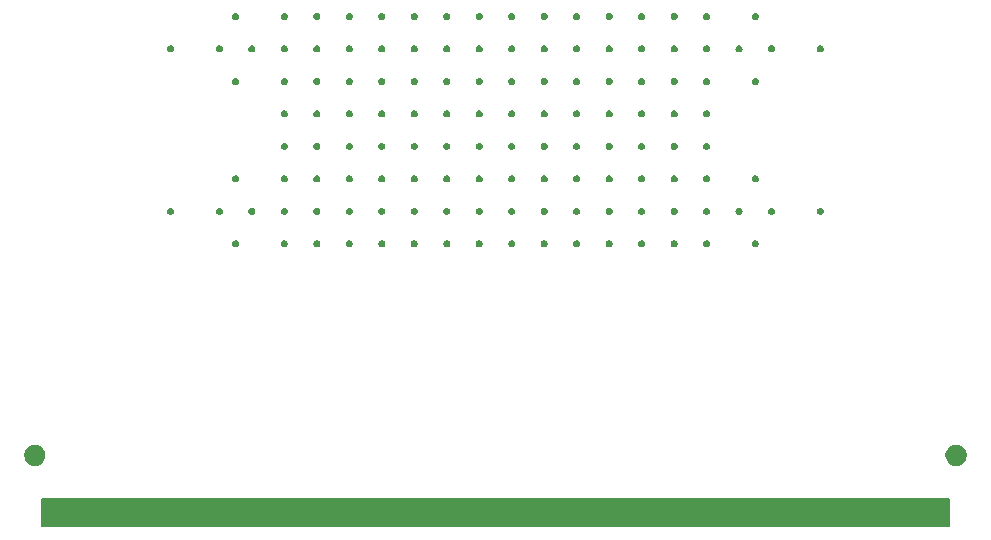
<source format=gbr>
G04 #@! TF.GenerationSoftware,KiCad,Pcbnew,5.0.2-bee76a0~70~ubuntu18.04.1*
G04 #@! TF.CreationDate,2020-12-14T21:02:24+01:00*
G04 #@! TF.ProjectId,DIMMCartridge,44494d4d-4361-4727-9472-696467652e6b,rev?*
G04 #@! TF.SameCoordinates,Original*
G04 #@! TF.FileFunction,Soldermask,Bot*
G04 #@! TF.FilePolarity,Negative*
%FSLAX46Y46*%
G04 Gerber Fmt 4.6, Leading zero omitted, Abs format (unit mm)*
G04 Created by KiCad (PCBNEW 5.0.2-bee76a0~70~ubuntu18.04.1) date Mo 14 Dez 2020 21:02:24 CET*
%MOMM*%
%LPD*%
G01*
G04 APERTURE LIST*
%ADD10C,0.150000*%
%ADD11C,0.100000*%
G04 APERTURE END LIST*
D10*
G04 #@! TO.C,J1*
G36*
X61600000Y-130740000D02*
X61600000Y-133040000D01*
X138400000Y-133040000D01*
X138400000Y-130740000D01*
X61600000Y-130740000D01*
G37*
X61600000Y-130740000D02*
X61600000Y-133040000D01*
X138400000Y-133040000D01*
X138400000Y-130740000D01*
X61600000Y-130740000D01*
D11*
G36*
X138000000Y-132540000D02*
X104000000Y-132540000D01*
X104000000Y-130740000D01*
X138000000Y-130740000D01*
X138000000Y-132540000D01*
X138000000Y-132540000D01*
G37*
G36*
X100800000Y-132540000D02*
X62000000Y-132540000D01*
X62000000Y-130740000D01*
X100800000Y-130740000D01*
X100800000Y-132540000D01*
X100800000Y-132540000D01*
G37*
G36*
X61262521Y-126174586D02*
X61426309Y-126242429D01*
X61573720Y-126340926D01*
X61699074Y-126466280D01*
X61797571Y-126613691D01*
X61865414Y-126777479D01*
X61900000Y-126951356D01*
X61900000Y-127128644D01*
X61865414Y-127302521D01*
X61797571Y-127466309D01*
X61699074Y-127613720D01*
X61573720Y-127739074D01*
X61426309Y-127837571D01*
X61262521Y-127905414D01*
X61088644Y-127940000D01*
X60911356Y-127940000D01*
X60737479Y-127905414D01*
X60573691Y-127837571D01*
X60426280Y-127739074D01*
X60300926Y-127613720D01*
X60202429Y-127466309D01*
X60134586Y-127302521D01*
X60100000Y-127128644D01*
X60100000Y-126951356D01*
X60134586Y-126777479D01*
X60202429Y-126613691D01*
X60300926Y-126466280D01*
X60426280Y-126340926D01*
X60573691Y-126242429D01*
X60737479Y-126174586D01*
X60911356Y-126140000D01*
X61088644Y-126140000D01*
X61262521Y-126174586D01*
X61262521Y-126174586D01*
G37*
G36*
X139262521Y-126174586D02*
X139426309Y-126242429D01*
X139573720Y-126340926D01*
X139699074Y-126466280D01*
X139797571Y-126613691D01*
X139865414Y-126777479D01*
X139900000Y-126951356D01*
X139900000Y-127128644D01*
X139865414Y-127302521D01*
X139797571Y-127466309D01*
X139699074Y-127613720D01*
X139573720Y-127739074D01*
X139426309Y-127837571D01*
X139262521Y-127905414D01*
X139088644Y-127940000D01*
X138911356Y-127940000D01*
X138737479Y-127905414D01*
X138573691Y-127837571D01*
X138426280Y-127739074D01*
X138300926Y-127613720D01*
X138202429Y-127466309D01*
X138134586Y-127302521D01*
X138100000Y-127128644D01*
X138100000Y-126951356D01*
X138134586Y-126777479D01*
X138202429Y-126613691D01*
X138300926Y-126466280D01*
X138426280Y-126340926D01*
X138573691Y-126242429D01*
X138737479Y-126174586D01*
X138911356Y-126140000D01*
X139088644Y-126140000D01*
X139262521Y-126174586D01*
X139262521Y-126174586D01*
G37*
G36*
X112463207Y-108834221D02*
X112518240Y-108857016D01*
X112567772Y-108890113D01*
X112609887Y-108932228D01*
X112642984Y-108981760D01*
X112665779Y-109036793D01*
X112677400Y-109095216D01*
X112677400Y-109154784D01*
X112665779Y-109213207D01*
X112642984Y-109268240D01*
X112609887Y-109317772D01*
X112567772Y-109359887D01*
X112518240Y-109392984D01*
X112463207Y-109415779D01*
X112404784Y-109427400D01*
X112345216Y-109427400D01*
X112286793Y-109415779D01*
X112231760Y-109392984D01*
X112182228Y-109359887D01*
X112140113Y-109317772D01*
X112107016Y-109268240D01*
X112084221Y-109213207D01*
X112072600Y-109154784D01*
X112072600Y-109095216D01*
X112084221Y-109036793D01*
X112107016Y-108981760D01*
X112140113Y-108932228D01*
X112182228Y-108890113D01*
X112231760Y-108857016D01*
X112286793Y-108834221D01*
X112345216Y-108822600D01*
X112404784Y-108822600D01*
X112463207Y-108834221D01*
X112463207Y-108834221D01*
G37*
G36*
X101463207Y-108834221D02*
X101518240Y-108857016D01*
X101567772Y-108890113D01*
X101609887Y-108932228D01*
X101642984Y-108981760D01*
X101665779Y-109036793D01*
X101677400Y-109095216D01*
X101677400Y-109154784D01*
X101665779Y-109213207D01*
X101642984Y-109268240D01*
X101609887Y-109317772D01*
X101567772Y-109359887D01*
X101518240Y-109392984D01*
X101463207Y-109415779D01*
X101404784Y-109427400D01*
X101345216Y-109427400D01*
X101286793Y-109415779D01*
X101231760Y-109392984D01*
X101182228Y-109359887D01*
X101140113Y-109317772D01*
X101107016Y-109268240D01*
X101084221Y-109213207D01*
X101072600Y-109154784D01*
X101072600Y-109095216D01*
X101084221Y-109036793D01*
X101107016Y-108981760D01*
X101140113Y-108932228D01*
X101182228Y-108890113D01*
X101231760Y-108857016D01*
X101286793Y-108834221D01*
X101345216Y-108822600D01*
X101404784Y-108822600D01*
X101463207Y-108834221D01*
X101463207Y-108834221D01*
G37*
G36*
X104213207Y-108834221D02*
X104268240Y-108857016D01*
X104317772Y-108890113D01*
X104359887Y-108932228D01*
X104392984Y-108981760D01*
X104415779Y-109036793D01*
X104427400Y-109095216D01*
X104427400Y-109154784D01*
X104415779Y-109213207D01*
X104392984Y-109268240D01*
X104359887Y-109317772D01*
X104317772Y-109359887D01*
X104268240Y-109392984D01*
X104213207Y-109415779D01*
X104154784Y-109427400D01*
X104095216Y-109427400D01*
X104036793Y-109415779D01*
X103981760Y-109392984D01*
X103932228Y-109359887D01*
X103890113Y-109317772D01*
X103857016Y-109268240D01*
X103834221Y-109213207D01*
X103822600Y-109154784D01*
X103822600Y-109095216D01*
X103834221Y-109036793D01*
X103857016Y-108981760D01*
X103890113Y-108932228D01*
X103932228Y-108890113D01*
X103981760Y-108857016D01*
X104036793Y-108834221D01*
X104095216Y-108822600D01*
X104154784Y-108822600D01*
X104213207Y-108834221D01*
X104213207Y-108834221D01*
G37*
G36*
X106963207Y-108834221D02*
X107018240Y-108857016D01*
X107067772Y-108890113D01*
X107109887Y-108932228D01*
X107142984Y-108981760D01*
X107165779Y-109036793D01*
X107177400Y-109095216D01*
X107177400Y-109154784D01*
X107165779Y-109213207D01*
X107142984Y-109268240D01*
X107109887Y-109317772D01*
X107067772Y-109359887D01*
X107018240Y-109392984D01*
X106963207Y-109415779D01*
X106904784Y-109427400D01*
X106845216Y-109427400D01*
X106786793Y-109415779D01*
X106731760Y-109392984D01*
X106682228Y-109359887D01*
X106640113Y-109317772D01*
X106607016Y-109268240D01*
X106584221Y-109213207D01*
X106572600Y-109154784D01*
X106572600Y-109095216D01*
X106584221Y-109036793D01*
X106607016Y-108981760D01*
X106640113Y-108932228D01*
X106682228Y-108890113D01*
X106731760Y-108857016D01*
X106786793Y-108834221D01*
X106845216Y-108822600D01*
X106904784Y-108822600D01*
X106963207Y-108834221D01*
X106963207Y-108834221D01*
G37*
G36*
X109713207Y-108834221D02*
X109768240Y-108857016D01*
X109817772Y-108890113D01*
X109859887Y-108932228D01*
X109892984Y-108981760D01*
X109915779Y-109036793D01*
X109927400Y-109095216D01*
X109927400Y-109154784D01*
X109915779Y-109213207D01*
X109892984Y-109268240D01*
X109859887Y-109317772D01*
X109817772Y-109359887D01*
X109768240Y-109392984D01*
X109713207Y-109415779D01*
X109654784Y-109427400D01*
X109595216Y-109427400D01*
X109536793Y-109415779D01*
X109481760Y-109392984D01*
X109432228Y-109359887D01*
X109390113Y-109317772D01*
X109357016Y-109268240D01*
X109334221Y-109213207D01*
X109322600Y-109154784D01*
X109322600Y-109095216D01*
X109334221Y-109036793D01*
X109357016Y-108981760D01*
X109390113Y-108932228D01*
X109432228Y-108890113D01*
X109481760Y-108857016D01*
X109536793Y-108834221D01*
X109595216Y-108822600D01*
X109654784Y-108822600D01*
X109713207Y-108834221D01*
X109713207Y-108834221D01*
G37*
G36*
X115213207Y-108834221D02*
X115268240Y-108857016D01*
X115317772Y-108890113D01*
X115359887Y-108932228D01*
X115392984Y-108981760D01*
X115415779Y-109036793D01*
X115427400Y-109095216D01*
X115427400Y-109154784D01*
X115415779Y-109213207D01*
X115392984Y-109268240D01*
X115359887Y-109317772D01*
X115317772Y-109359887D01*
X115268240Y-109392984D01*
X115213207Y-109415779D01*
X115154784Y-109427400D01*
X115095216Y-109427400D01*
X115036793Y-109415779D01*
X114981760Y-109392984D01*
X114932228Y-109359887D01*
X114890113Y-109317772D01*
X114857016Y-109268240D01*
X114834221Y-109213207D01*
X114822600Y-109154784D01*
X114822600Y-109095216D01*
X114834221Y-109036793D01*
X114857016Y-108981760D01*
X114890113Y-108932228D01*
X114932228Y-108890113D01*
X114981760Y-108857016D01*
X115036793Y-108834221D01*
X115095216Y-108822600D01*
X115154784Y-108822600D01*
X115213207Y-108834221D01*
X115213207Y-108834221D01*
G37*
G36*
X117963207Y-108834221D02*
X118018240Y-108857016D01*
X118067772Y-108890113D01*
X118109887Y-108932228D01*
X118142984Y-108981760D01*
X118165779Y-109036793D01*
X118177400Y-109095216D01*
X118177400Y-109154784D01*
X118165779Y-109213207D01*
X118142984Y-109268240D01*
X118109887Y-109317772D01*
X118067772Y-109359887D01*
X118018240Y-109392984D01*
X117963207Y-109415779D01*
X117904784Y-109427400D01*
X117845216Y-109427400D01*
X117786793Y-109415779D01*
X117731760Y-109392984D01*
X117682228Y-109359887D01*
X117640113Y-109317772D01*
X117607016Y-109268240D01*
X117584221Y-109213207D01*
X117572600Y-109154784D01*
X117572600Y-109095216D01*
X117584221Y-109036793D01*
X117607016Y-108981760D01*
X117640113Y-108932228D01*
X117682228Y-108890113D01*
X117731760Y-108857016D01*
X117786793Y-108834221D01*
X117845216Y-108822600D01*
X117904784Y-108822600D01*
X117963207Y-108834221D01*
X117963207Y-108834221D01*
G37*
G36*
X122088207Y-108834221D02*
X122143240Y-108857016D01*
X122192772Y-108890113D01*
X122234887Y-108932228D01*
X122267984Y-108981760D01*
X122290779Y-109036793D01*
X122302400Y-109095216D01*
X122302400Y-109154784D01*
X122290779Y-109213207D01*
X122267984Y-109268240D01*
X122234887Y-109317772D01*
X122192772Y-109359887D01*
X122143240Y-109392984D01*
X122088207Y-109415779D01*
X122029784Y-109427400D01*
X121970216Y-109427400D01*
X121911793Y-109415779D01*
X121856760Y-109392984D01*
X121807228Y-109359887D01*
X121765113Y-109317772D01*
X121732016Y-109268240D01*
X121709221Y-109213207D01*
X121697600Y-109154784D01*
X121697600Y-109095216D01*
X121709221Y-109036793D01*
X121732016Y-108981760D01*
X121765113Y-108932228D01*
X121807228Y-108890113D01*
X121856760Y-108857016D01*
X121911793Y-108834221D01*
X121970216Y-108822600D01*
X122029784Y-108822600D01*
X122088207Y-108834221D01*
X122088207Y-108834221D01*
G37*
G36*
X82213207Y-108834221D02*
X82268240Y-108857016D01*
X82317772Y-108890113D01*
X82359887Y-108932228D01*
X82392984Y-108981760D01*
X82415779Y-109036793D01*
X82427400Y-109095216D01*
X82427400Y-109154784D01*
X82415779Y-109213207D01*
X82392984Y-109268240D01*
X82359887Y-109317772D01*
X82317772Y-109359887D01*
X82268240Y-109392984D01*
X82213207Y-109415779D01*
X82154784Y-109427400D01*
X82095216Y-109427400D01*
X82036793Y-109415779D01*
X81981760Y-109392984D01*
X81932228Y-109359887D01*
X81890113Y-109317772D01*
X81857016Y-109268240D01*
X81834221Y-109213207D01*
X81822600Y-109154784D01*
X81822600Y-109095216D01*
X81834221Y-109036793D01*
X81857016Y-108981760D01*
X81890113Y-108932228D01*
X81932228Y-108890113D01*
X81981760Y-108857016D01*
X82036793Y-108834221D01*
X82095216Y-108822600D01*
X82154784Y-108822600D01*
X82213207Y-108834221D01*
X82213207Y-108834221D01*
G37*
G36*
X78088207Y-108834221D02*
X78143240Y-108857016D01*
X78192772Y-108890113D01*
X78234887Y-108932228D01*
X78267984Y-108981760D01*
X78290779Y-109036793D01*
X78302400Y-109095216D01*
X78302400Y-109154784D01*
X78290779Y-109213207D01*
X78267984Y-109268240D01*
X78234887Y-109317772D01*
X78192772Y-109359887D01*
X78143240Y-109392984D01*
X78088207Y-109415779D01*
X78029784Y-109427400D01*
X77970216Y-109427400D01*
X77911793Y-109415779D01*
X77856760Y-109392984D01*
X77807228Y-109359887D01*
X77765113Y-109317772D01*
X77732016Y-109268240D01*
X77709221Y-109213207D01*
X77697600Y-109154784D01*
X77697600Y-109095216D01*
X77709221Y-109036793D01*
X77732016Y-108981760D01*
X77765113Y-108932228D01*
X77807228Y-108890113D01*
X77856760Y-108857016D01*
X77911793Y-108834221D01*
X77970216Y-108822600D01*
X78029784Y-108822600D01*
X78088207Y-108834221D01*
X78088207Y-108834221D01*
G37*
G36*
X95963207Y-108834221D02*
X96018240Y-108857016D01*
X96067772Y-108890113D01*
X96109887Y-108932228D01*
X96142984Y-108981760D01*
X96165779Y-109036793D01*
X96177400Y-109095216D01*
X96177400Y-109154784D01*
X96165779Y-109213207D01*
X96142984Y-109268240D01*
X96109887Y-109317772D01*
X96067772Y-109359887D01*
X96018240Y-109392984D01*
X95963207Y-109415779D01*
X95904784Y-109427400D01*
X95845216Y-109427400D01*
X95786793Y-109415779D01*
X95731760Y-109392984D01*
X95682228Y-109359887D01*
X95640113Y-109317772D01*
X95607016Y-109268240D01*
X95584221Y-109213207D01*
X95572600Y-109154784D01*
X95572600Y-109095216D01*
X95584221Y-109036793D01*
X95607016Y-108981760D01*
X95640113Y-108932228D01*
X95682228Y-108890113D01*
X95731760Y-108857016D01*
X95786793Y-108834221D01*
X95845216Y-108822600D01*
X95904784Y-108822600D01*
X95963207Y-108834221D01*
X95963207Y-108834221D01*
G37*
G36*
X84963207Y-108834221D02*
X85018240Y-108857016D01*
X85067772Y-108890113D01*
X85109887Y-108932228D01*
X85142984Y-108981760D01*
X85165779Y-109036793D01*
X85177400Y-109095216D01*
X85177400Y-109154784D01*
X85165779Y-109213207D01*
X85142984Y-109268240D01*
X85109887Y-109317772D01*
X85067772Y-109359887D01*
X85018240Y-109392984D01*
X84963207Y-109415779D01*
X84904784Y-109427400D01*
X84845216Y-109427400D01*
X84786793Y-109415779D01*
X84731760Y-109392984D01*
X84682228Y-109359887D01*
X84640113Y-109317772D01*
X84607016Y-109268240D01*
X84584221Y-109213207D01*
X84572600Y-109154784D01*
X84572600Y-109095216D01*
X84584221Y-109036793D01*
X84607016Y-108981760D01*
X84640113Y-108932228D01*
X84682228Y-108890113D01*
X84731760Y-108857016D01*
X84786793Y-108834221D01*
X84845216Y-108822600D01*
X84904784Y-108822600D01*
X84963207Y-108834221D01*
X84963207Y-108834221D01*
G37*
G36*
X87713207Y-108834221D02*
X87768240Y-108857016D01*
X87817772Y-108890113D01*
X87859887Y-108932228D01*
X87892984Y-108981760D01*
X87915779Y-109036793D01*
X87927400Y-109095216D01*
X87927400Y-109154784D01*
X87915779Y-109213207D01*
X87892984Y-109268240D01*
X87859887Y-109317772D01*
X87817772Y-109359887D01*
X87768240Y-109392984D01*
X87713207Y-109415779D01*
X87654784Y-109427400D01*
X87595216Y-109427400D01*
X87536793Y-109415779D01*
X87481760Y-109392984D01*
X87432228Y-109359887D01*
X87390113Y-109317772D01*
X87357016Y-109268240D01*
X87334221Y-109213207D01*
X87322600Y-109154784D01*
X87322600Y-109095216D01*
X87334221Y-109036793D01*
X87357016Y-108981760D01*
X87390113Y-108932228D01*
X87432228Y-108890113D01*
X87481760Y-108857016D01*
X87536793Y-108834221D01*
X87595216Y-108822600D01*
X87654784Y-108822600D01*
X87713207Y-108834221D01*
X87713207Y-108834221D01*
G37*
G36*
X90463207Y-108834221D02*
X90518240Y-108857016D01*
X90567772Y-108890113D01*
X90609887Y-108932228D01*
X90642984Y-108981760D01*
X90665779Y-109036793D01*
X90677400Y-109095216D01*
X90677400Y-109154784D01*
X90665779Y-109213207D01*
X90642984Y-109268240D01*
X90609887Y-109317772D01*
X90567772Y-109359887D01*
X90518240Y-109392984D01*
X90463207Y-109415779D01*
X90404784Y-109427400D01*
X90345216Y-109427400D01*
X90286793Y-109415779D01*
X90231760Y-109392984D01*
X90182228Y-109359887D01*
X90140113Y-109317772D01*
X90107016Y-109268240D01*
X90084221Y-109213207D01*
X90072600Y-109154784D01*
X90072600Y-109095216D01*
X90084221Y-109036793D01*
X90107016Y-108981760D01*
X90140113Y-108932228D01*
X90182228Y-108890113D01*
X90231760Y-108857016D01*
X90286793Y-108834221D01*
X90345216Y-108822600D01*
X90404784Y-108822600D01*
X90463207Y-108834221D01*
X90463207Y-108834221D01*
G37*
G36*
X98713207Y-108834221D02*
X98768240Y-108857016D01*
X98817772Y-108890113D01*
X98859887Y-108932228D01*
X98892984Y-108981760D01*
X98915779Y-109036793D01*
X98927400Y-109095216D01*
X98927400Y-109154784D01*
X98915779Y-109213207D01*
X98892984Y-109268240D01*
X98859887Y-109317772D01*
X98817772Y-109359887D01*
X98768240Y-109392984D01*
X98713207Y-109415779D01*
X98654784Y-109427400D01*
X98595216Y-109427400D01*
X98536793Y-109415779D01*
X98481760Y-109392984D01*
X98432228Y-109359887D01*
X98390113Y-109317772D01*
X98357016Y-109268240D01*
X98334221Y-109213207D01*
X98322600Y-109154784D01*
X98322600Y-109095216D01*
X98334221Y-109036793D01*
X98357016Y-108981760D01*
X98390113Y-108932228D01*
X98432228Y-108890113D01*
X98481760Y-108857016D01*
X98536793Y-108834221D01*
X98595216Y-108822600D01*
X98654784Y-108822600D01*
X98713207Y-108834221D01*
X98713207Y-108834221D01*
G37*
G36*
X93213207Y-108834221D02*
X93268240Y-108857016D01*
X93317772Y-108890113D01*
X93359887Y-108932228D01*
X93392984Y-108981760D01*
X93415779Y-109036793D01*
X93427400Y-109095216D01*
X93427400Y-109154784D01*
X93415779Y-109213207D01*
X93392984Y-109268240D01*
X93359887Y-109317772D01*
X93317772Y-109359887D01*
X93268240Y-109392984D01*
X93213207Y-109415779D01*
X93154784Y-109427400D01*
X93095216Y-109427400D01*
X93036793Y-109415779D01*
X92981760Y-109392984D01*
X92932228Y-109359887D01*
X92890113Y-109317772D01*
X92857016Y-109268240D01*
X92834221Y-109213207D01*
X92822600Y-109154784D01*
X92822600Y-109095216D01*
X92834221Y-109036793D01*
X92857016Y-108981760D01*
X92890113Y-108932228D01*
X92932228Y-108890113D01*
X92981760Y-108857016D01*
X93036793Y-108834221D01*
X93095216Y-108822600D01*
X93154784Y-108822600D01*
X93213207Y-108834221D01*
X93213207Y-108834221D01*
G37*
G36*
X101463207Y-106084221D02*
X101518240Y-106107016D01*
X101567772Y-106140113D01*
X101609887Y-106182228D01*
X101642984Y-106231760D01*
X101665779Y-106286793D01*
X101677400Y-106345216D01*
X101677400Y-106404784D01*
X101665779Y-106463207D01*
X101642984Y-106518240D01*
X101609887Y-106567772D01*
X101567772Y-106609887D01*
X101518240Y-106642984D01*
X101463207Y-106665779D01*
X101404784Y-106677400D01*
X101345216Y-106677400D01*
X101286793Y-106665779D01*
X101231760Y-106642984D01*
X101182228Y-106609887D01*
X101140113Y-106567772D01*
X101107016Y-106518240D01*
X101084221Y-106463207D01*
X101072600Y-106404784D01*
X101072600Y-106345216D01*
X101084221Y-106286793D01*
X101107016Y-106231760D01*
X101140113Y-106182228D01*
X101182228Y-106140113D01*
X101231760Y-106107016D01*
X101286793Y-106084221D01*
X101345216Y-106072600D01*
X101404784Y-106072600D01*
X101463207Y-106084221D01*
X101463207Y-106084221D01*
G37*
G36*
X106963207Y-106084221D02*
X107018240Y-106107016D01*
X107067772Y-106140113D01*
X107109887Y-106182228D01*
X107142984Y-106231760D01*
X107165779Y-106286793D01*
X107177400Y-106345216D01*
X107177400Y-106404784D01*
X107165779Y-106463207D01*
X107142984Y-106518240D01*
X107109887Y-106567772D01*
X107067772Y-106609887D01*
X107018240Y-106642984D01*
X106963207Y-106665779D01*
X106904784Y-106677400D01*
X106845216Y-106677400D01*
X106786793Y-106665779D01*
X106731760Y-106642984D01*
X106682228Y-106609887D01*
X106640113Y-106567772D01*
X106607016Y-106518240D01*
X106584221Y-106463207D01*
X106572600Y-106404784D01*
X106572600Y-106345216D01*
X106584221Y-106286793D01*
X106607016Y-106231760D01*
X106640113Y-106182228D01*
X106682228Y-106140113D01*
X106731760Y-106107016D01*
X106786793Y-106084221D01*
X106845216Y-106072600D01*
X106904784Y-106072600D01*
X106963207Y-106084221D01*
X106963207Y-106084221D01*
G37*
G36*
X109713207Y-106084221D02*
X109768240Y-106107016D01*
X109817772Y-106140113D01*
X109859887Y-106182228D01*
X109892984Y-106231760D01*
X109915779Y-106286793D01*
X109927400Y-106345216D01*
X109927400Y-106404784D01*
X109915779Y-106463207D01*
X109892984Y-106518240D01*
X109859887Y-106567772D01*
X109817772Y-106609887D01*
X109768240Y-106642984D01*
X109713207Y-106665779D01*
X109654784Y-106677400D01*
X109595216Y-106677400D01*
X109536793Y-106665779D01*
X109481760Y-106642984D01*
X109432228Y-106609887D01*
X109390113Y-106567772D01*
X109357016Y-106518240D01*
X109334221Y-106463207D01*
X109322600Y-106404784D01*
X109322600Y-106345216D01*
X109334221Y-106286793D01*
X109357016Y-106231760D01*
X109390113Y-106182228D01*
X109432228Y-106140113D01*
X109481760Y-106107016D01*
X109536793Y-106084221D01*
X109595216Y-106072600D01*
X109654784Y-106072600D01*
X109713207Y-106084221D01*
X109713207Y-106084221D01*
G37*
G36*
X112463207Y-106084221D02*
X112518240Y-106107016D01*
X112567772Y-106140113D01*
X112609887Y-106182228D01*
X112642984Y-106231760D01*
X112665779Y-106286793D01*
X112677400Y-106345216D01*
X112677400Y-106404784D01*
X112665779Y-106463207D01*
X112642984Y-106518240D01*
X112609887Y-106567772D01*
X112567772Y-106609887D01*
X112518240Y-106642984D01*
X112463207Y-106665779D01*
X112404784Y-106677400D01*
X112345216Y-106677400D01*
X112286793Y-106665779D01*
X112231760Y-106642984D01*
X112182228Y-106609887D01*
X112140113Y-106567772D01*
X112107016Y-106518240D01*
X112084221Y-106463207D01*
X112072600Y-106404784D01*
X112072600Y-106345216D01*
X112084221Y-106286793D01*
X112107016Y-106231760D01*
X112140113Y-106182228D01*
X112182228Y-106140113D01*
X112231760Y-106107016D01*
X112286793Y-106084221D01*
X112345216Y-106072600D01*
X112404784Y-106072600D01*
X112463207Y-106084221D01*
X112463207Y-106084221D01*
G37*
G36*
X115213207Y-106084221D02*
X115268240Y-106107016D01*
X115317772Y-106140113D01*
X115359887Y-106182228D01*
X115392984Y-106231760D01*
X115415779Y-106286793D01*
X115427400Y-106345216D01*
X115427400Y-106404784D01*
X115415779Y-106463207D01*
X115392984Y-106518240D01*
X115359887Y-106567772D01*
X115317772Y-106609887D01*
X115268240Y-106642984D01*
X115213207Y-106665779D01*
X115154784Y-106677400D01*
X115095216Y-106677400D01*
X115036793Y-106665779D01*
X114981760Y-106642984D01*
X114932228Y-106609887D01*
X114890113Y-106567772D01*
X114857016Y-106518240D01*
X114834221Y-106463207D01*
X114822600Y-106404784D01*
X114822600Y-106345216D01*
X114834221Y-106286793D01*
X114857016Y-106231760D01*
X114890113Y-106182228D01*
X114932228Y-106140113D01*
X114981760Y-106107016D01*
X115036793Y-106084221D01*
X115095216Y-106072600D01*
X115154784Y-106072600D01*
X115213207Y-106084221D01*
X115213207Y-106084221D01*
G37*
G36*
X117963207Y-106084221D02*
X118018240Y-106107016D01*
X118067772Y-106140113D01*
X118109887Y-106182228D01*
X118142984Y-106231760D01*
X118165779Y-106286793D01*
X118177400Y-106345216D01*
X118177400Y-106404784D01*
X118165779Y-106463207D01*
X118142984Y-106518240D01*
X118109887Y-106567772D01*
X118067772Y-106609887D01*
X118018240Y-106642984D01*
X117963207Y-106665779D01*
X117904784Y-106677400D01*
X117845216Y-106677400D01*
X117786793Y-106665779D01*
X117731760Y-106642984D01*
X117682228Y-106609887D01*
X117640113Y-106567772D01*
X117607016Y-106518240D01*
X117584221Y-106463207D01*
X117572600Y-106404784D01*
X117572600Y-106345216D01*
X117584221Y-106286793D01*
X117607016Y-106231760D01*
X117640113Y-106182228D01*
X117682228Y-106140113D01*
X117731760Y-106107016D01*
X117786793Y-106084221D01*
X117845216Y-106072600D01*
X117904784Y-106072600D01*
X117963207Y-106084221D01*
X117963207Y-106084221D01*
G37*
G36*
X127588207Y-106084221D02*
X127643240Y-106107016D01*
X127692772Y-106140113D01*
X127734887Y-106182228D01*
X127767984Y-106231760D01*
X127790779Y-106286793D01*
X127802400Y-106345216D01*
X127802400Y-106404784D01*
X127790779Y-106463207D01*
X127767984Y-106518240D01*
X127734887Y-106567772D01*
X127692772Y-106609887D01*
X127643240Y-106642984D01*
X127588207Y-106665779D01*
X127529784Y-106677400D01*
X127470216Y-106677400D01*
X127411793Y-106665779D01*
X127356760Y-106642984D01*
X127307228Y-106609887D01*
X127265113Y-106567772D01*
X127232016Y-106518240D01*
X127209221Y-106463207D01*
X127197600Y-106404784D01*
X127197600Y-106345216D01*
X127209221Y-106286793D01*
X127232016Y-106231760D01*
X127265113Y-106182228D01*
X127307228Y-106140113D01*
X127356760Y-106107016D01*
X127411793Y-106084221D01*
X127470216Y-106072600D01*
X127529784Y-106072600D01*
X127588207Y-106084221D01*
X127588207Y-106084221D01*
G37*
G36*
X123463207Y-106084221D02*
X123518240Y-106107016D01*
X123567772Y-106140113D01*
X123609887Y-106182228D01*
X123642984Y-106231760D01*
X123665779Y-106286793D01*
X123677400Y-106345216D01*
X123677400Y-106404784D01*
X123665779Y-106463207D01*
X123642984Y-106518240D01*
X123609887Y-106567772D01*
X123567772Y-106609887D01*
X123518240Y-106642984D01*
X123463207Y-106665779D01*
X123404784Y-106677400D01*
X123345216Y-106677400D01*
X123286793Y-106665779D01*
X123231760Y-106642984D01*
X123182228Y-106609887D01*
X123140113Y-106567772D01*
X123107016Y-106518240D01*
X123084221Y-106463207D01*
X123072600Y-106404784D01*
X123072600Y-106345216D01*
X123084221Y-106286793D01*
X123107016Y-106231760D01*
X123140113Y-106182228D01*
X123182228Y-106140113D01*
X123231760Y-106107016D01*
X123286793Y-106084221D01*
X123345216Y-106072600D01*
X123404784Y-106072600D01*
X123463207Y-106084221D01*
X123463207Y-106084221D01*
G37*
G36*
X120713207Y-106084221D02*
X120768240Y-106107016D01*
X120817772Y-106140113D01*
X120859887Y-106182228D01*
X120892984Y-106231760D01*
X120915779Y-106286793D01*
X120927400Y-106345216D01*
X120927400Y-106404784D01*
X120915779Y-106463207D01*
X120892984Y-106518240D01*
X120859887Y-106567772D01*
X120817772Y-106609887D01*
X120768240Y-106642984D01*
X120713207Y-106665779D01*
X120654784Y-106677400D01*
X120595216Y-106677400D01*
X120536793Y-106665779D01*
X120481760Y-106642984D01*
X120432228Y-106609887D01*
X120390113Y-106567772D01*
X120357016Y-106518240D01*
X120334221Y-106463207D01*
X120322600Y-106404784D01*
X120322600Y-106345216D01*
X120334221Y-106286793D01*
X120357016Y-106231760D01*
X120390113Y-106182228D01*
X120432228Y-106140113D01*
X120481760Y-106107016D01*
X120536793Y-106084221D01*
X120595216Y-106072600D01*
X120654784Y-106072600D01*
X120713207Y-106084221D01*
X120713207Y-106084221D01*
G37*
G36*
X104213207Y-106084221D02*
X104268240Y-106107016D01*
X104317772Y-106140113D01*
X104359887Y-106182228D01*
X104392984Y-106231760D01*
X104415779Y-106286793D01*
X104427400Y-106345216D01*
X104427400Y-106404784D01*
X104415779Y-106463207D01*
X104392984Y-106518240D01*
X104359887Y-106567772D01*
X104317772Y-106609887D01*
X104268240Y-106642984D01*
X104213207Y-106665779D01*
X104154784Y-106677400D01*
X104095216Y-106677400D01*
X104036793Y-106665779D01*
X103981760Y-106642984D01*
X103932228Y-106609887D01*
X103890113Y-106567772D01*
X103857016Y-106518240D01*
X103834221Y-106463207D01*
X103822600Y-106404784D01*
X103822600Y-106345216D01*
X103834221Y-106286793D01*
X103857016Y-106231760D01*
X103890113Y-106182228D01*
X103932228Y-106140113D01*
X103981760Y-106107016D01*
X104036793Y-106084221D01*
X104095216Y-106072600D01*
X104154784Y-106072600D01*
X104213207Y-106084221D01*
X104213207Y-106084221D01*
G37*
G36*
X98713207Y-106084221D02*
X98768240Y-106107016D01*
X98817772Y-106140113D01*
X98859887Y-106182228D01*
X98892984Y-106231760D01*
X98915779Y-106286793D01*
X98927400Y-106345216D01*
X98927400Y-106404784D01*
X98915779Y-106463207D01*
X98892984Y-106518240D01*
X98859887Y-106567772D01*
X98817772Y-106609887D01*
X98768240Y-106642984D01*
X98713207Y-106665779D01*
X98654784Y-106677400D01*
X98595216Y-106677400D01*
X98536793Y-106665779D01*
X98481760Y-106642984D01*
X98432228Y-106609887D01*
X98390113Y-106567772D01*
X98357016Y-106518240D01*
X98334221Y-106463207D01*
X98322600Y-106404784D01*
X98322600Y-106345216D01*
X98334221Y-106286793D01*
X98357016Y-106231760D01*
X98390113Y-106182228D01*
X98432228Y-106140113D01*
X98481760Y-106107016D01*
X98536793Y-106084221D01*
X98595216Y-106072600D01*
X98654784Y-106072600D01*
X98713207Y-106084221D01*
X98713207Y-106084221D01*
G37*
G36*
X76713207Y-106084221D02*
X76768240Y-106107016D01*
X76817772Y-106140113D01*
X76859887Y-106182228D01*
X76892984Y-106231760D01*
X76915779Y-106286793D01*
X76927400Y-106345216D01*
X76927400Y-106404784D01*
X76915779Y-106463207D01*
X76892984Y-106518240D01*
X76859887Y-106567772D01*
X76817772Y-106609887D01*
X76768240Y-106642984D01*
X76713207Y-106665779D01*
X76654784Y-106677400D01*
X76595216Y-106677400D01*
X76536793Y-106665779D01*
X76481760Y-106642984D01*
X76432228Y-106609887D01*
X76390113Y-106567772D01*
X76357016Y-106518240D01*
X76334221Y-106463207D01*
X76322600Y-106404784D01*
X76322600Y-106345216D01*
X76334221Y-106286793D01*
X76357016Y-106231760D01*
X76390113Y-106182228D01*
X76432228Y-106140113D01*
X76481760Y-106107016D01*
X76536793Y-106084221D01*
X76595216Y-106072600D01*
X76654784Y-106072600D01*
X76713207Y-106084221D01*
X76713207Y-106084221D01*
G37*
G36*
X79463207Y-106084221D02*
X79518240Y-106107016D01*
X79567772Y-106140113D01*
X79609887Y-106182228D01*
X79642984Y-106231760D01*
X79665779Y-106286793D01*
X79677400Y-106345216D01*
X79677400Y-106404784D01*
X79665779Y-106463207D01*
X79642984Y-106518240D01*
X79609887Y-106567772D01*
X79567772Y-106609887D01*
X79518240Y-106642984D01*
X79463207Y-106665779D01*
X79404784Y-106677400D01*
X79345216Y-106677400D01*
X79286793Y-106665779D01*
X79231760Y-106642984D01*
X79182228Y-106609887D01*
X79140113Y-106567772D01*
X79107016Y-106518240D01*
X79084221Y-106463207D01*
X79072600Y-106404784D01*
X79072600Y-106345216D01*
X79084221Y-106286793D01*
X79107016Y-106231760D01*
X79140113Y-106182228D01*
X79182228Y-106140113D01*
X79231760Y-106107016D01*
X79286793Y-106084221D01*
X79345216Y-106072600D01*
X79404784Y-106072600D01*
X79463207Y-106084221D01*
X79463207Y-106084221D01*
G37*
G36*
X82213207Y-106084221D02*
X82268240Y-106107016D01*
X82317772Y-106140113D01*
X82359887Y-106182228D01*
X82392984Y-106231760D01*
X82415779Y-106286793D01*
X82427400Y-106345216D01*
X82427400Y-106404784D01*
X82415779Y-106463207D01*
X82392984Y-106518240D01*
X82359887Y-106567772D01*
X82317772Y-106609887D01*
X82268240Y-106642984D01*
X82213207Y-106665779D01*
X82154784Y-106677400D01*
X82095216Y-106677400D01*
X82036793Y-106665779D01*
X81981760Y-106642984D01*
X81932228Y-106609887D01*
X81890113Y-106567772D01*
X81857016Y-106518240D01*
X81834221Y-106463207D01*
X81822600Y-106404784D01*
X81822600Y-106345216D01*
X81834221Y-106286793D01*
X81857016Y-106231760D01*
X81890113Y-106182228D01*
X81932228Y-106140113D01*
X81981760Y-106107016D01*
X82036793Y-106084221D01*
X82095216Y-106072600D01*
X82154784Y-106072600D01*
X82213207Y-106084221D01*
X82213207Y-106084221D01*
G37*
G36*
X84963207Y-106084221D02*
X85018240Y-106107016D01*
X85067772Y-106140113D01*
X85109887Y-106182228D01*
X85142984Y-106231760D01*
X85165779Y-106286793D01*
X85177400Y-106345216D01*
X85177400Y-106404784D01*
X85165779Y-106463207D01*
X85142984Y-106518240D01*
X85109887Y-106567772D01*
X85067772Y-106609887D01*
X85018240Y-106642984D01*
X84963207Y-106665779D01*
X84904784Y-106677400D01*
X84845216Y-106677400D01*
X84786793Y-106665779D01*
X84731760Y-106642984D01*
X84682228Y-106609887D01*
X84640113Y-106567772D01*
X84607016Y-106518240D01*
X84584221Y-106463207D01*
X84572600Y-106404784D01*
X84572600Y-106345216D01*
X84584221Y-106286793D01*
X84607016Y-106231760D01*
X84640113Y-106182228D01*
X84682228Y-106140113D01*
X84731760Y-106107016D01*
X84786793Y-106084221D01*
X84845216Y-106072600D01*
X84904784Y-106072600D01*
X84963207Y-106084221D01*
X84963207Y-106084221D01*
G37*
G36*
X87713207Y-106084221D02*
X87768240Y-106107016D01*
X87817772Y-106140113D01*
X87859887Y-106182228D01*
X87892984Y-106231760D01*
X87915779Y-106286793D01*
X87927400Y-106345216D01*
X87927400Y-106404784D01*
X87915779Y-106463207D01*
X87892984Y-106518240D01*
X87859887Y-106567772D01*
X87817772Y-106609887D01*
X87768240Y-106642984D01*
X87713207Y-106665779D01*
X87654784Y-106677400D01*
X87595216Y-106677400D01*
X87536793Y-106665779D01*
X87481760Y-106642984D01*
X87432228Y-106609887D01*
X87390113Y-106567772D01*
X87357016Y-106518240D01*
X87334221Y-106463207D01*
X87322600Y-106404784D01*
X87322600Y-106345216D01*
X87334221Y-106286793D01*
X87357016Y-106231760D01*
X87390113Y-106182228D01*
X87432228Y-106140113D01*
X87481760Y-106107016D01*
X87536793Y-106084221D01*
X87595216Y-106072600D01*
X87654784Y-106072600D01*
X87713207Y-106084221D01*
X87713207Y-106084221D01*
G37*
G36*
X90463207Y-106084221D02*
X90518240Y-106107016D01*
X90567772Y-106140113D01*
X90609887Y-106182228D01*
X90642984Y-106231760D01*
X90665779Y-106286793D01*
X90677400Y-106345216D01*
X90677400Y-106404784D01*
X90665779Y-106463207D01*
X90642984Y-106518240D01*
X90609887Y-106567772D01*
X90567772Y-106609887D01*
X90518240Y-106642984D01*
X90463207Y-106665779D01*
X90404784Y-106677400D01*
X90345216Y-106677400D01*
X90286793Y-106665779D01*
X90231760Y-106642984D01*
X90182228Y-106609887D01*
X90140113Y-106567772D01*
X90107016Y-106518240D01*
X90084221Y-106463207D01*
X90072600Y-106404784D01*
X90072600Y-106345216D01*
X90084221Y-106286793D01*
X90107016Y-106231760D01*
X90140113Y-106182228D01*
X90182228Y-106140113D01*
X90231760Y-106107016D01*
X90286793Y-106084221D01*
X90345216Y-106072600D01*
X90404784Y-106072600D01*
X90463207Y-106084221D01*
X90463207Y-106084221D01*
G37*
G36*
X93213207Y-106084221D02*
X93268240Y-106107016D01*
X93317772Y-106140113D01*
X93359887Y-106182228D01*
X93392984Y-106231760D01*
X93415779Y-106286793D01*
X93427400Y-106345216D01*
X93427400Y-106404784D01*
X93415779Y-106463207D01*
X93392984Y-106518240D01*
X93359887Y-106567772D01*
X93317772Y-106609887D01*
X93268240Y-106642984D01*
X93213207Y-106665779D01*
X93154784Y-106677400D01*
X93095216Y-106677400D01*
X93036793Y-106665779D01*
X92981760Y-106642984D01*
X92932228Y-106609887D01*
X92890113Y-106567772D01*
X92857016Y-106518240D01*
X92834221Y-106463207D01*
X92822600Y-106404784D01*
X92822600Y-106345216D01*
X92834221Y-106286793D01*
X92857016Y-106231760D01*
X92890113Y-106182228D01*
X92932228Y-106140113D01*
X92981760Y-106107016D01*
X93036793Y-106084221D01*
X93095216Y-106072600D01*
X93154784Y-106072600D01*
X93213207Y-106084221D01*
X93213207Y-106084221D01*
G37*
G36*
X95963207Y-106084221D02*
X96018240Y-106107016D01*
X96067772Y-106140113D01*
X96109887Y-106182228D01*
X96142984Y-106231760D01*
X96165779Y-106286793D01*
X96177400Y-106345216D01*
X96177400Y-106404784D01*
X96165779Y-106463207D01*
X96142984Y-106518240D01*
X96109887Y-106567772D01*
X96067772Y-106609887D01*
X96018240Y-106642984D01*
X95963207Y-106665779D01*
X95904784Y-106677400D01*
X95845216Y-106677400D01*
X95786793Y-106665779D01*
X95731760Y-106642984D01*
X95682228Y-106609887D01*
X95640113Y-106567772D01*
X95607016Y-106518240D01*
X95584221Y-106463207D01*
X95572600Y-106404784D01*
X95572600Y-106345216D01*
X95584221Y-106286793D01*
X95607016Y-106231760D01*
X95640113Y-106182228D01*
X95682228Y-106140113D01*
X95731760Y-106107016D01*
X95786793Y-106084221D01*
X95845216Y-106072600D01*
X95904784Y-106072600D01*
X95963207Y-106084221D01*
X95963207Y-106084221D01*
G37*
G36*
X72588207Y-106084221D02*
X72643240Y-106107016D01*
X72692772Y-106140113D01*
X72734887Y-106182228D01*
X72767984Y-106231760D01*
X72790779Y-106286793D01*
X72802400Y-106345216D01*
X72802400Y-106404784D01*
X72790779Y-106463207D01*
X72767984Y-106518240D01*
X72734887Y-106567772D01*
X72692772Y-106609887D01*
X72643240Y-106642984D01*
X72588207Y-106665779D01*
X72529784Y-106677400D01*
X72470216Y-106677400D01*
X72411793Y-106665779D01*
X72356760Y-106642984D01*
X72307228Y-106609887D01*
X72265113Y-106567772D01*
X72232016Y-106518240D01*
X72209221Y-106463207D01*
X72197600Y-106404784D01*
X72197600Y-106345216D01*
X72209221Y-106286793D01*
X72232016Y-106231760D01*
X72265113Y-106182228D01*
X72307228Y-106140113D01*
X72356760Y-106107016D01*
X72411793Y-106084221D01*
X72470216Y-106072600D01*
X72529784Y-106072600D01*
X72588207Y-106084221D01*
X72588207Y-106084221D01*
G37*
G36*
X112463207Y-103334221D02*
X112518240Y-103357016D01*
X112567772Y-103390113D01*
X112609887Y-103432228D01*
X112642984Y-103481760D01*
X112665779Y-103536793D01*
X112677400Y-103595216D01*
X112677400Y-103654784D01*
X112665779Y-103713207D01*
X112642984Y-103768240D01*
X112609887Y-103817772D01*
X112567772Y-103859887D01*
X112518240Y-103892984D01*
X112463207Y-103915779D01*
X112404784Y-103927400D01*
X112345216Y-103927400D01*
X112286793Y-103915779D01*
X112231760Y-103892984D01*
X112182228Y-103859887D01*
X112140113Y-103817772D01*
X112107016Y-103768240D01*
X112084221Y-103713207D01*
X112072600Y-103654784D01*
X112072600Y-103595216D01*
X112084221Y-103536793D01*
X112107016Y-103481760D01*
X112140113Y-103432228D01*
X112182228Y-103390113D01*
X112231760Y-103357016D01*
X112286793Y-103334221D01*
X112345216Y-103322600D01*
X112404784Y-103322600D01*
X112463207Y-103334221D01*
X112463207Y-103334221D01*
G37*
G36*
X78088207Y-103334221D02*
X78143240Y-103357016D01*
X78192772Y-103390113D01*
X78234887Y-103432228D01*
X78267984Y-103481760D01*
X78290779Y-103536793D01*
X78302400Y-103595216D01*
X78302400Y-103654784D01*
X78290779Y-103713207D01*
X78267984Y-103768240D01*
X78234887Y-103817772D01*
X78192772Y-103859887D01*
X78143240Y-103892984D01*
X78088207Y-103915779D01*
X78029784Y-103927400D01*
X77970216Y-103927400D01*
X77911793Y-103915779D01*
X77856760Y-103892984D01*
X77807228Y-103859887D01*
X77765113Y-103817772D01*
X77732016Y-103768240D01*
X77709221Y-103713207D01*
X77697600Y-103654784D01*
X77697600Y-103595216D01*
X77709221Y-103536793D01*
X77732016Y-103481760D01*
X77765113Y-103432228D01*
X77807228Y-103390113D01*
X77856760Y-103357016D01*
X77911793Y-103334221D01*
X77970216Y-103322600D01*
X78029784Y-103322600D01*
X78088207Y-103334221D01*
X78088207Y-103334221D01*
G37*
G36*
X82213207Y-103334221D02*
X82268240Y-103357016D01*
X82317772Y-103390113D01*
X82359887Y-103432228D01*
X82392984Y-103481760D01*
X82415779Y-103536793D01*
X82427400Y-103595216D01*
X82427400Y-103654784D01*
X82415779Y-103713207D01*
X82392984Y-103768240D01*
X82359887Y-103817772D01*
X82317772Y-103859887D01*
X82268240Y-103892984D01*
X82213207Y-103915779D01*
X82154784Y-103927400D01*
X82095216Y-103927400D01*
X82036793Y-103915779D01*
X81981760Y-103892984D01*
X81932228Y-103859887D01*
X81890113Y-103817772D01*
X81857016Y-103768240D01*
X81834221Y-103713207D01*
X81822600Y-103654784D01*
X81822600Y-103595216D01*
X81834221Y-103536793D01*
X81857016Y-103481760D01*
X81890113Y-103432228D01*
X81932228Y-103390113D01*
X81981760Y-103357016D01*
X82036793Y-103334221D01*
X82095216Y-103322600D01*
X82154784Y-103322600D01*
X82213207Y-103334221D01*
X82213207Y-103334221D01*
G37*
G36*
X106963207Y-103334221D02*
X107018240Y-103357016D01*
X107067772Y-103390113D01*
X107109887Y-103432228D01*
X107142984Y-103481760D01*
X107165779Y-103536793D01*
X107177400Y-103595216D01*
X107177400Y-103654784D01*
X107165779Y-103713207D01*
X107142984Y-103768240D01*
X107109887Y-103817772D01*
X107067772Y-103859887D01*
X107018240Y-103892984D01*
X106963207Y-103915779D01*
X106904784Y-103927400D01*
X106845216Y-103927400D01*
X106786793Y-103915779D01*
X106731760Y-103892984D01*
X106682228Y-103859887D01*
X106640113Y-103817772D01*
X106607016Y-103768240D01*
X106584221Y-103713207D01*
X106572600Y-103654784D01*
X106572600Y-103595216D01*
X106584221Y-103536793D01*
X106607016Y-103481760D01*
X106640113Y-103432228D01*
X106682228Y-103390113D01*
X106731760Y-103357016D01*
X106786793Y-103334221D01*
X106845216Y-103322600D01*
X106904784Y-103322600D01*
X106963207Y-103334221D01*
X106963207Y-103334221D01*
G37*
G36*
X84963207Y-103334221D02*
X85018240Y-103357016D01*
X85067772Y-103390113D01*
X85109887Y-103432228D01*
X85142984Y-103481760D01*
X85165779Y-103536793D01*
X85177400Y-103595216D01*
X85177400Y-103654784D01*
X85165779Y-103713207D01*
X85142984Y-103768240D01*
X85109887Y-103817772D01*
X85067772Y-103859887D01*
X85018240Y-103892984D01*
X84963207Y-103915779D01*
X84904784Y-103927400D01*
X84845216Y-103927400D01*
X84786793Y-103915779D01*
X84731760Y-103892984D01*
X84682228Y-103859887D01*
X84640113Y-103817772D01*
X84607016Y-103768240D01*
X84584221Y-103713207D01*
X84572600Y-103654784D01*
X84572600Y-103595216D01*
X84584221Y-103536793D01*
X84607016Y-103481760D01*
X84640113Y-103432228D01*
X84682228Y-103390113D01*
X84731760Y-103357016D01*
X84786793Y-103334221D01*
X84845216Y-103322600D01*
X84904784Y-103322600D01*
X84963207Y-103334221D01*
X84963207Y-103334221D01*
G37*
G36*
X104213207Y-103334221D02*
X104268240Y-103357016D01*
X104317772Y-103390113D01*
X104359887Y-103432228D01*
X104392984Y-103481760D01*
X104415779Y-103536793D01*
X104427400Y-103595216D01*
X104427400Y-103654784D01*
X104415779Y-103713207D01*
X104392984Y-103768240D01*
X104359887Y-103817772D01*
X104317772Y-103859887D01*
X104268240Y-103892984D01*
X104213207Y-103915779D01*
X104154784Y-103927400D01*
X104095216Y-103927400D01*
X104036793Y-103915779D01*
X103981760Y-103892984D01*
X103932228Y-103859887D01*
X103890113Y-103817772D01*
X103857016Y-103768240D01*
X103834221Y-103713207D01*
X103822600Y-103654784D01*
X103822600Y-103595216D01*
X103834221Y-103536793D01*
X103857016Y-103481760D01*
X103890113Y-103432228D01*
X103932228Y-103390113D01*
X103981760Y-103357016D01*
X104036793Y-103334221D01*
X104095216Y-103322600D01*
X104154784Y-103322600D01*
X104213207Y-103334221D01*
X104213207Y-103334221D01*
G37*
G36*
X87713207Y-103334221D02*
X87768240Y-103357016D01*
X87817772Y-103390113D01*
X87859887Y-103432228D01*
X87892984Y-103481760D01*
X87915779Y-103536793D01*
X87927400Y-103595216D01*
X87927400Y-103654784D01*
X87915779Y-103713207D01*
X87892984Y-103768240D01*
X87859887Y-103817772D01*
X87817772Y-103859887D01*
X87768240Y-103892984D01*
X87713207Y-103915779D01*
X87654784Y-103927400D01*
X87595216Y-103927400D01*
X87536793Y-103915779D01*
X87481760Y-103892984D01*
X87432228Y-103859887D01*
X87390113Y-103817772D01*
X87357016Y-103768240D01*
X87334221Y-103713207D01*
X87322600Y-103654784D01*
X87322600Y-103595216D01*
X87334221Y-103536793D01*
X87357016Y-103481760D01*
X87390113Y-103432228D01*
X87432228Y-103390113D01*
X87481760Y-103357016D01*
X87536793Y-103334221D01*
X87595216Y-103322600D01*
X87654784Y-103322600D01*
X87713207Y-103334221D01*
X87713207Y-103334221D01*
G37*
G36*
X90463207Y-103334221D02*
X90518240Y-103357016D01*
X90567772Y-103390113D01*
X90609887Y-103432228D01*
X90642984Y-103481760D01*
X90665779Y-103536793D01*
X90677400Y-103595216D01*
X90677400Y-103654784D01*
X90665779Y-103713207D01*
X90642984Y-103768240D01*
X90609887Y-103817772D01*
X90567772Y-103859887D01*
X90518240Y-103892984D01*
X90463207Y-103915779D01*
X90404784Y-103927400D01*
X90345216Y-103927400D01*
X90286793Y-103915779D01*
X90231760Y-103892984D01*
X90182228Y-103859887D01*
X90140113Y-103817772D01*
X90107016Y-103768240D01*
X90084221Y-103713207D01*
X90072600Y-103654784D01*
X90072600Y-103595216D01*
X90084221Y-103536793D01*
X90107016Y-103481760D01*
X90140113Y-103432228D01*
X90182228Y-103390113D01*
X90231760Y-103357016D01*
X90286793Y-103334221D01*
X90345216Y-103322600D01*
X90404784Y-103322600D01*
X90463207Y-103334221D01*
X90463207Y-103334221D01*
G37*
G36*
X101463207Y-103334221D02*
X101518240Y-103357016D01*
X101567772Y-103390113D01*
X101609887Y-103432228D01*
X101642984Y-103481760D01*
X101665779Y-103536793D01*
X101677400Y-103595216D01*
X101677400Y-103654784D01*
X101665779Y-103713207D01*
X101642984Y-103768240D01*
X101609887Y-103817772D01*
X101567772Y-103859887D01*
X101518240Y-103892984D01*
X101463207Y-103915779D01*
X101404784Y-103927400D01*
X101345216Y-103927400D01*
X101286793Y-103915779D01*
X101231760Y-103892984D01*
X101182228Y-103859887D01*
X101140113Y-103817772D01*
X101107016Y-103768240D01*
X101084221Y-103713207D01*
X101072600Y-103654784D01*
X101072600Y-103595216D01*
X101084221Y-103536793D01*
X101107016Y-103481760D01*
X101140113Y-103432228D01*
X101182228Y-103390113D01*
X101231760Y-103357016D01*
X101286793Y-103334221D01*
X101345216Y-103322600D01*
X101404784Y-103322600D01*
X101463207Y-103334221D01*
X101463207Y-103334221D01*
G37*
G36*
X93213207Y-103334221D02*
X93268240Y-103357016D01*
X93317772Y-103390113D01*
X93359887Y-103432228D01*
X93392984Y-103481760D01*
X93415779Y-103536793D01*
X93427400Y-103595216D01*
X93427400Y-103654784D01*
X93415779Y-103713207D01*
X93392984Y-103768240D01*
X93359887Y-103817772D01*
X93317772Y-103859887D01*
X93268240Y-103892984D01*
X93213207Y-103915779D01*
X93154784Y-103927400D01*
X93095216Y-103927400D01*
X93036793Y-103915779D01*
X92981760Y-103892984D01*
X92932228Y-103859887D01*
X92890113Y-103817772D01*
X92857016Y-103768240D01*
X92834221Y-103713207D01*
X92822600Y-103654784D01*
X92822600Y-103595216D01*
X92834221Y-103536793D01*
X92857016Y-103481760D01*
X92890113Y-103432228D01*
X92932228Y-103390113D01*
X92981760Y-103357016D01*
X93036793Y-103334221D01*
X93095216Y-103322600D01*
X93154784Y-103322600D01*
X93213207Y-103334221D01*
X93213207Y-103334221D01*
G37*
G36*
X95963207Y-103334221D02*
X96018240Y-103357016D01*
X96067772Y-103390113D01*
X96109887Y-103432228D01*
X96142984Y-103481760D01*
X96165779Y-103536793D01*
X96177400Y-103595216D01*
X96177400Y-103654784D01*
X96165779Y-103713207D01*
X96142984Y-103768240D01*
X96109887Y-103817772D01*
X96067772Y-103859887D01*
X96018240Y-103892984D01*
X95963207Y-103915779D01*
X95904784Y-103927400D01*
X95845216Y-103927400D01*
X95786793Y-103915779D01*
X95731760Y-103892984D01*
X95682228Y-103859887D01*
X95640113Y-103817772D01*
X95607016Y-103768240D01*
X95584221Y-103713207D01*
X95572600Y-103654784D01*
X95572600Y-103595216D01*
X95584221Y-103536793D01*
X95607016Y-103481760D01*
X95640113Y-103432228D01*
X95682228Y-103390113D01*
X95731760Y-103357016D01*
X95786793Y-103334221D01*
X95845216Y-103322600D01*
X95904784Y-103322600D01*
X95963207Y-103334221D01*
X95963207Y-103334221D01*
G37*
G36*
X109713207Y-103334221D02*
X109768240Y-103357016D01*
X109817772Y-103390113D01*
X109859887Y-103432228D01*
X109892984Y-103481760D01*
X109915779Y-103536793D01*
X109927400Y-103595216D01*
X109927400Y-103654784D01*
X109915779Y-103713207D01*
X109892984Y-103768240D01*
X109859887Y-103817772D01*
X109817772Y-103859887D01*
X109768240Y-103892984D01*
X109713207Y-103915779D01*
X109654784Y-103927400D01*
X109595216Y-103927400D01*
X109536793Y-103915779D01*
X109481760Y-103892984D01*
X109432228Y-103859887D01*
X109390113Y-103817772D01*
X109357016Y-103768240D01*
X109334221Y-103713207D01*
X109322600Y-103654784D01*
X109322600Y-103595216D01*
X109334221Y-103536793D01*
X109357016Y-103481760D01*
X109390113Y-103432228D01*
X109432228Y-103390113D01*
X109481760Y-103357016D01*
X109536793Y-103334221D01*
X109595216Y-103322600D01*
X109654784Y-103322600D01*
X109713207Y-103334221D01*
X109713207Y-103334221D01*
G37*
G36*
X98713207Y-103334221D02*
X98768240Y-103357016D01*
X98817772Y-103390113D01*
X98859887Y-103432228D01*
X98892984Y-103481760D01*
X98915779Y-103536793D01*
X98927400Y-103595216D01*
X98927400Y-103654784D01*
X98915779Y-103713207D01*
X98892984Y-103768240D01*
X98859887Y-103817772D01*
X98817772Y-103859887D01*
X98768240Y-103892984D01*
X98713207Y-103915779D01*
X98654784Y-103927400D01*
X98595216Y-103927400D01*
X98536793Y-103915779D01*
X98481760Y-103892984D01*
X98432228Y-103859887D01*
X98390113Y-103817772D01*
X98357016Y-103768240D01*
X98334221Y-103713207D01*
X98322600Y-103654784D01*
X98322600Y-103595216D01*
X98334221Y-103536793D01*
X98357016Y-103481760D01*
X98390113Y-103432228D01*
X98432228Y-103390113D01*
X98481760Y-103357016D01*
X98536793Y-103334221D01*
X98595216Y-103322600D01*
X98654784Y-103322600D01*
X98713207Y-103334221D01*
X98713207Y-103334221D01*
G37*
G36*
X122088207Y-103334221D02*
X122143240Y-103357016D01*
X122192772Y-103390113D01*
X122234887Y-103432228D01*
X122267984Y-103481760D01*
X122290779Y-103536793D01*
X122302400Y-103595216D01*
X122302400Y-103654784D01*
X122290779Y-103713207D01*
X122267984Y-103768240D01*
X122234887Y-103817772D01*
X122192772Y-103859887D01*
X122143240Y-103892984D01*
X122088207Y-103915779D01*
X122029784Y-103927400D01*
X121970216Y-103927400D01*
X121911793Y-103915779D01*
X121856760Y-103892984D01*
X121807228Y-103859887D01*
X121765113Y-103817772D01*
X121732016Y-103768240D01*
X121709221Y-103713207D01*
X121697600Y-103654784D01*
X121697600Y-103595216D01*
X121709221Y-103536793D01*
X121732016Y-103481760D01*
X121765113Y-103432228D01*
X121807228Y-103390113D01*
X121856760Y-103357016D01*
X121911793Y-103334221D01*
X121970216Y-103322600D01*
X122029784Y-103322600D01*
X122088207Y-103334221D01*
X122088207Y-103334221D01*
G37*
G36*
X115213207Y-103334221D02*
X115268240Y-103357016D01*
X115317772Y-103390113D01*
X115359887Y-103432228D01*
X115392984Y-103481760D01*
X115415779Y-103536793D01*
X115427400Y-103595216D01*
X115427400Y-103654784D01*
X115415779Y-103713207D01*
X115392984Y-103768240D01*
X115359887Y-103817772D01*
X115317772Y-103859887D01*
X115268240Y-103892984D01*
X115213207Y-103915779D01*
X115154784Y-103927400D01*
X115095216Y-103927400D01*
X115036793Y-103915779D01*
X114981760Y-103892984D01*
X114932228Y-103859887D01*
X114890113Y-103817772D01*
X114857016Y-103768240D01*
X114834221Y-103713207D01*
X114822600Y-103654784D01*
X114822600Y-103595216D01*
X114834221Y-103536793D01*
X114857016Y-103481760D01*
X114890113Y-103432228D01*
X114932228Y-103390113D01*
X114981760Y-103357016D01*
X115036793Y-103334221D01*
X115095216Y-103322600D01*
X115154784Y-103322600D01*
X115213207Y-103334221D01*
X115213207Y-103334221D01*
G37*
G36*
X117963207Y-103334221D02*
X118018240Y-103357016D01*
X118067772Y-103390113D01*
X118109887Y-103432228D01*
X118142984Y-103481760D01*
X118165779Y-103536793D01*
X118177400Y-103595216D01*
X118177400Y-103654784D01*
X118165779Y-103713207D01*
X118142984Y-103768240D01*
X118109887Y-103817772D01*
X118067772Y-103859887D01*
X118018240Y-103892984D01*
X117963207Y-103915779D01*
X117904784Y-103927400D01*
X117845216Y-103927400D01*
X117786793Y-103915779D01*
X117731760Y-103892984D01*
X117682228Y-103859887D01*
X117640113Y-103817772D01*
X117607016Y-103768240D01*
X117584221Y-103713207D01*
X117572600Y-103654784D01*
X117572600Y-103595216D01*
X117584221Y-103536793D01*
X117607016Y-103481760D01*
X117640113Y-103432228D01*
X117682228Y-103390113D01*
X117731760Y-103357016D01*
X117786793Y-103334221D01*
X117845216Y-103322600D01*
X117904784Y-103322600D01*
X117963207Y-103334221D01*
X117963207Y-103334221D01*
G37*
G36*
X82213207Y-100584221D02*
X82268240Y-100607016D01*
X82317772Y-100640113D01*
X82359887Y-100682228D01*
X82392984Y-100731760D01*
X82415779Y-100786793D01*
X82427400Y-100845216D01*
X82427400Y-100904784D01*
X82415779Y-100963207D01*
X82392984Y-101018240D01*
X82359887Y-101067772D01*
X82317772Y-101109887D01*
X82268240Y-101142984D01*
X82213207Y-101165779D01*
X82154784Y-101177400D01*
X82095216Y-101177400D01*
X82036793Y-101165779D01*
X81981760Y-101142984D01*
X81932228Y-101109887D01*
X81890113Y-101067772D01*
X81857016Y-101018240D01*
X81834221Y-100963207D01*
X81822600Y-100904784D01*
X81822600Y-100845216D01*
X81834221Y-100786793D01*
X81857016Y-100731760D01*
X81890113Y-100682228D01*
X81932228Y-100640113D01*
X81981760Y-100607016D01*
X82036793Y-100584221D01*
X82095216Y-100572600D01*
X82154784Y-100572600D01*
X82213207Y-100584221D01*
X82213207Y-100584221D01*
G37*
G36*
X93213207Y-100584221D02*
X93268240Y-100607016D01*
X93317772Y-100640113D01*
X93359887Y-100682228D01*
X93392984Y-100731760D01*
X93415779Y-100786793D01*
X93427400Y-100845216D01*
X93427400Y-100904784D01*
X93415779Y-100963207D01*
X93392984Y-101018240D01*
X93359887Y-101067772D01*
X93317772Y-101109887D01*
X93268240Y-101142984D01*
X93213207Y-101165779D01*
X93154784Y-101177400D01*
X93095216Y-101177400D01*
X93036793Y-101165779D01*
X92981760Y-101142984D01*
X92932228Y-101109887D01*
X92890113Y-101067772D01*
X92857016Y-101018240D01*
X92834221Y-100963207D01*
X92822600Y-100904784D01*
X92822600Y-100845216D01*
X92834221Y-100786793D01*
X92857016Y-100731760D01*
X92890113Y-100682228D01*
X92932228Y-100640113D01*
X92981760Y-100607016D01*
X93036793Y-100584221D01*
X93095216Y-100572600D01*
X93154784Y-100572600D01*
X93213207Y-100584221D01*
X93213207Y-100584221D01*
G37*
G36*
X117963207Y-100584221D02*
X118018240Y-100607016D01*
X118067772Y-100640113D01*
X118109887Y-100682228D01*
X118142984Y-100731760D01*
X118165779Y-100786793D01*
X118177400Y-100845216D01*
X118177400Y-100904784D01*
X118165779Y-100963207D01*
X118142984Y-101018240D01*
X118109887Y-101067772D01*
X118067772Y-101109887D01*
X118018240Y-101142984D01*
X117963207Y-101165779D01*
X117904784Y-101177400D01*
X117845216Y-101177400D01*
X117786793Y-101165779D01*
X117731760Y-101142984D01*
X117682228Y-101109887D01*
X117640113Y-101067772D01*
X117607016Y-101018240D01*
X117584221Y-100963207D01*
X117572600Y-100904784D01*
X117572600Y-100845216D01*
X117584221Y-100786793D01*
X117607016Y-100731760D01*
X117640113Y-100682228D01*
X117682228Y-100640113D01*
X117731760Y-100607016D01*
X117786793Y-100584221D01*
X117845216Y-100572600D01*
X117904784Y-100572600D01*
X117963207Y-100584221D01*
X117963207Y-100584221D01*
G37*
G36*
X109713207Y-100584221D02*
X109768240Y-100607016D01*
X109817772Y-100640113D01*
X109859887Y-100682228D01*
X109892984Y-100731760D01*
X109915779Y-100786793D01*
X109927400Y-100845216D01*
X109927400Y-100904784D01*
X109915779Y-100963207D01*
X109892984Y-101018240D01*
X109859887Y-101067772D01*
X109817772Y-101109887D01*
X109768240Y-101142984D01*
X109713207Y-101165779D01*
X109654784Y-101177400D01*
X109595216Y-101177400D01*
X109536793Y-101165779D01*
X109481760Y-101142984D01*
X109432228Y-101109887D01*
X109390113Y-101067772D01*
X109357016Y-101018240D01*
X109334221Y-100963207D01*
X109322600Y-100904784D01*
X109322600Y-100845216D01*
X109334221Y-100786793D01*
X109357016Y-100731760D01*
X109390113Y-100682228D01*
X109432228Y-100640113D01*
X109481760Y-100607016D01*
X109536793Y-100584221D01*
X109595216Y-100572600D01*
X109654784Y-100572600D01*
X109713207Y-100584221D01*
X109713207Y-100584221D01*
G37*
G36*
X101463207Y-100584221D02*
X101518240Y-100607016D01*
X101567772Y-100640113D01*
X101609887Y-100682228D01*
X101642984Y-100731760D01*
X101665779Y-100786793D01*
X101677400Y-100845216D01*
X101677400Y-100904784D01*
X101665779Y-100963207D01*
X101642984Y-101018240D01*
X101609887Y-101067772D01*
X101567772Y-101109887D01*
X101518240Y-101142984D01*
X101463207Y-101165779D01*
X101404784Y-101177400D01*
X101345216Y-101177400D01*
X101286793Y-101165779D01*
X101231760Y-101142984D01*
X101182228Y-101109887D01*
X101140113Y-101067772D01*
X101107016Y-101018240D01*
X101084221Y-100963207D01*
X101072600Y-100904784D01*
X101072600Y-100845216D01*
X101084221Y-100786793D01*
X101107016Y-100731760D01*
X101140113Y-100682228D01*
X101182228Y-100640113D01*
X101231760Y-100607016D01*
X101286793Y-100584221D01*
X101345216Y-100572600D01*
X101404784Y-100572600D01*
X101463207Y-100584221D01*
X101463207Y-100584221D01*
G37*
G36*
X98713207Y-100584221D02*
X98768240Y-100607016D01*
X98817772Y-100640113D01*
X98859887Y-100682228D01*
X98892984Y-100731760D01*
X98915779Y-100786793D01*
X98927400Y-100845216D01*
X98927400Y-100904784D01*
X98915779Y-100963207D01*
X98892984Y-101018240D01*
X98859887Y-101067772D01*
X98817772Y-101109887D01*
X98768240Y-101142984D01*
X98713207Y-101165779D01*
X98654784Y-101177400D01*
X98595216Y-101177400D01*
X98536793Y-101165779D01*
X98481760Y-101142984D01*
X98432228Y-101109887D01*
X98390113Y-101067772D01*
X98357016Y-101018240D01*
X98334221Y-100963207D01*
X98322600Y-100904784D01*
X98322600Y-100845216D01*
X98334221Y-100786793D01*
X98357016Y-100731760D01*
X98390113Y-100682228D01*
X98432228Y-100640113D01*
X98481760Y-100607016D01*
X98536793Y-100584221D01*
X98595216Y-100572600D01*
X98654784Y-100572600D01*
X98713207Y-100584221D01*
X98713207Y-100584221D01*
G37*
G36*
X95963207Y-100584221D02*
X96018240Y-100607016D01*
X96067772Y-100640113D01*
X96109887Y-100682228D01*
X96142984Y-100731760D01*
X96165779Y-100786793D01*
X96177400Y-100845216D01*
X96177400Y-100904784D01*
X96165779Y-100963207D01*
X96142984Y-101018240D01*
X96109887Y-101067772D01*
X96067772Y-101109887D01*
X96018240Y-101142984D01*
X95963207Y-101165779D01*
X95904784Y-101177400D01*
X95845216Y-101177400D01*
X95786793Y-101165779D01*
X95731760Y-101142984D01*
X95682228Y-101109887D01*
X95640113Y-101067772D01*
X95607016Y-101018240D01*
X95584221Y-100963207D01*
X95572600Y-100904784D01*
X95572600Y-100845216D01*
X95584221Y-100786793D01*
X95607016Y-100731760D01*
X95640113Y-100682228D01*
X95682228Y-100640113D01*
X95731760Y-100607016D01*
X95786793Y-100584221D01*
X95845216Y-100572600D01*
X95904784Y-100572600D01*
X95963207Y-100584221D01*
X95963207Y-100584221D01*
G37*
G36*
X104213207Y-100584221D02*
X104268240Y-100607016D01*
X104317772Y-100640113D01*
X104359887Y-100682228D01*
X104392984Y-100731760D01*
X104415779Y-100786793D01*
X104427400Y-100845216D01*
X104427400Y-100904784D01*
X104415779Y-100963207D01*
X104392984Y-101018240D01*
X104359887Y-101067772D01*
X104317772Y-101109887D01*
X104268240Y-101142984D01*
X104213207Y-101165779D01*
X104154784Y-101177400D01*
X104095216Y-101177400D01*
X104036793Y-101165779D01*
X103981760Y-101142984D01*
X103932228Y-101109887D01*
X103890113Y-101067772D01*
X103857016Y-101018240D01*
X103834221Y-100963207D01*
X103822600Y-100904784D01*
X103822600Y-100845216D01*
X103834221Y-100786793D01*
X103857016Y-100731760D01*
X103890113Y-100682228D01*
X103932228Y-100640113D01*
X103981760Y-100607016D01*
X104036793Y-100584221D01*
X104095216Y-100572600D01*
X104154784Y-100572600D01*
X104213207Y-100584221D01*
X104213207Y-100584221D01*
G37*
G36*
X115213207Y-100584221D02*
X115268240Y-100607016D01*
X115317772Y-100640113D01*
X115359887Y-100682228D01*
X115392984Y-100731760D01*
X115415779Y-100786793D01*
X115427400Y-100845216D01*
X115427400Y-100904784D01*
X115415779Y-100963207D01*
X115392984Y-101018240D01*
X115359887Y-101067772D01*
X115317772Y-101109887D01*
X115268240Y-101142984D01*
X115213207Y-101165779D01*
X115154784Y-101177400D01*
X115095216Y-101177400D01*
X115036793Y-101165779D01*
X114981760Y-101142984D01*
X114932228Y-101109887D01*
X114890113Y-101067772D01*
X114857016Y-101018240D01*
X114834221Y-100963207D01*
X114822600Y-100904784D01*
X114822600Y-100845216D01*
X114834221Y-100786793D01*
X114857016Y-100731760D01*
X114890113Y-100682228D01*
X114932228Y-100640113D01*
X114981760Y-100607016D01*
X115036793Y-100584221D01*
X115095216Y-100572600D01*
X115154784Y-100572600D01*
X115213207Y-100584221D01*
X115213207Y-100584221D01*
G37*
G36*
X84963207Y-100584221D02*
X85018240Y-100607016D01*
X85067772Y-100640113D01*
X85109887Y-100682228D01*
X85142984Y-100731760D01*
X85165779Y-100786793D01*
X85177400Y-100845216D01*
X85177400Y-100904784D01*
X85165779Y-100963207D01*
X85142984Y-101018240D01*
X85109887Y-101067772D01*
X85067772Y-101109887D01*
X85018240Y-101142984D01*
X84963207Y-101165779D01*
X84904784Y-101177400D01*
X84845216Y-101177400D01*
X84786793Y-101165779D01*
X84731760Y-101142984D01*
X84682228Y-101109887D01*
X84640113Y-101067772D01*
X84607016Y-101018240D01*
X84584221Y-100963207D01*
X84572600Y-100904784D01*
X84572600Y-100845216D01*
X84584221Y-100786793D01*
X84607016Y-100731760D01*
X84640113Y-100682228D01*
X84682228Y-100640113D01*
X84731760Y-100607016D01*
X84786793Y-100584221D01*
X84845216Y-100572600D01*
X84904784Y-100572600D01*
X84963207Y-100584221D01*
X84963207Y-100584221D01*
G37*
G36*
X106963207Y-100584221D02*
X107018240Y-100607016D01*
X107067772Y-100640113D01*
X107109887Y-100682228D01*
X107142984Y-100731760D01*
X107165779Y-100786793D01*
X107177400Y-100845216D01*
X107177400Y-100904784D01*
X107165779Y-100963207D01*
X107142984Y-101018240D01*
X107109887Y-101067772D01*
X107067772Y-101109887D01*
X107018240Y-101142984D01*
X106963207Y-101165779D01*
X106904784Y-101177400D01*
X106845216Y-101177400D01*
X106786793Y-101165779D01*
X106731760Y-101142984D01*
X106682228Y-101109887D01*
X106640113Y-101067772D01*
X106607016Y-101018240D01*
X106584221Y-100963207D01*
X106572600Y-100904784D01*
X106572600Y-100845216D01*
X106584221Y-100786793D01*
X106607016Y-100731760D01*
X106640113Y-100682228D01*
X106682228Y-100640113D01*
X106731760Y-100607016D01*
X106786793Y-100584221D01*
X106845216Y-100572600D01*
X106904784Y-100572600D01*
X106963207Y-100584221D01*
X106963207Y-100584221D01*
G37*
G36*
X112463207Y-100584221D02*
X112518240Y-100607016D01*
X112567772Y-100640113D01*
X112609887Y-100682228D01*
X112642984Y-100731760D01*
X112665779Y-100786793D01*
X112677400Y-100845216D01*
X112677400Y-100904784D01*
X112665779Y-100963207D01*
X112642984Y-101018240D01*
X112609887Y-101067772D01*
X112567772Y-101109887D01*
X112518240Y-101142984D01*
X112463207Y-101165779D01*
X112404784Y-101177400D01*
X112345216Y-101177400D01*
X112286793Y-101165779D01*
X112231760Y-101142984D01*
X112182228Y-101109887D01*
X112140113Y-101067772D01*
X112107016Y-101018240D01*
X112084221Y-100963207D01*
X112072600Y-100904784D01*
X112072600Y-100845216D01*
X112084221Y-100786793D01*
X112107016Y-100731760D01*
X112140113Y-100682228D01*
X112182228Y-100640113D01*
X112231760Y-100607016D01*
X112286793Y-100584221D01*
X112345216Y-100572600D01*
X112404784Y-100572600D01*
X112463207Y-100584221D01*
X112463207Y-100584221D01*
G37*
G36*
X90463207Y-100584221D02*
X90518240Y-100607016D01*
X90567772Y-100640113D01*
X90609887Y-100682228D01*
X90642984Y-100731760D01*
X90665779Y-100786793D01*
X90677400Y-100845216D01*
X90677400Y-100904784D01*
X90665779Y-100963207D01*
X90642984Y-101018240D01*
X90609887Y-101067772D01*
X90567772Y-101109887D01*
X90518240Y-101142984D01*
X90463207Y-101165779D01*
X90404784Y-101177400D01*
X90345216Y-101177400D01*
X90286793Y-101165779D01*
X90231760Y-101142984D01*
X90182228Y-101109887D01*
X90140113Y-101067772D01*
X90107016Y-101018240D01*
X90084221Y-100963207D01*
X90072600Y-100904784D01*
X90072600Y-100845216D01*
X90084221Y-100786793D01*
X90107016Y-100731760D01*
X90140113Y-100682228D01*
X90182228Y-100640113D01*
X90231760Y-100607016D01*
X90286793Y-100584221D01*
X90345216Y-100572600D01*
X90404784Y-100572600D01*
X90463207Y-100584221D01*
X90463207Y-100584221D01*
G37*
G36*
X87713207Y-100584221D02*
X87768240Y-100607016D01*
X87817772Y-100640113D01*
X87859887Y-100682228D01*
X87892984Y-100731760D01*
X87915779Y-100786793D01*
X87927400Y-100845216D01*
X87927400Y-100904784D01*
X87915779Y-100963207D01*
X87892984Y-101018240D01*
X87859887Y-101067772D01*
X87817772Y-101109887D01*
X87768240Y-101142984D01*
X87713207Y-101165779D01*
X87654784Y-101177400D01*
X87595216Y-101177400D01*
X87536793Y-101165779D01*
X87481760Y-101142984D01*
X87432228Y-101109887D01*
X87390113Y-101067772D01*
X87357016Y-101018240D01*
X87334221Y-100963207D01*
X87322600Y-100904784D01*
X87322600Y-100845216D01*
X87334221Y-100786793D01*
X87357016Y-100731760D01*
X87390113Y-100682228D01*
X87432228Y-100640113D01*
X87481760Y-100607016D01*
X87536793Y-100584221D01*
X87595216Y-100572600D01*
X87654784Y-100572600D01*
X87713207Y-100584221D01*
X87713207Y-100584221D01*
G37*
G36*
X87713207Y-97834221D02*
X87768240Y-97857016D01*
X87817772Y-97890113D01*
X87859887Y-97932228D01*
X87892984Y-97981760D01*
X87915779Y-98036793D01*
X87927400Y-98095216D01*
X87927400Y-98154784D01*
X87915779Y-98213207D01*
X87892984Y-98268240D01*
X87859887Y-98317772D01*
X87817772Y-98359887D01*
X87768240Y-98392984D01*
X87713207Y-98415779D01*
X87654784Y-98427400D01*
X87595216Y-98427400D01*
X87536793Y-98415779D01*
X87481760Y-98392984D01*
X87432228Y-98359887D01*
X87390113Y-98317772D01*
X87357016Y-98268240D01*
X87334221Y-98213207D01*
X87322600Y-98154784D01*
X87322600Y-98095216D01*
X87334221Y-98036793D01*
X87357016Y-97981760D01*
X87390113Y-97932228D01*
X87432228Y-97890113D01*
X87481760Y-97857016D01*
X87536793Y-97834221D01*
X87595216Y-97822600D01*
X87654784Y-97822600D01*
X87713207Y-97834221D01*
X87713207Y-97834221D01*
G37*
G36*
X115213207Y-97834221D02*
X115268240Y-97857016D01*
X115317772Y-97890113D01*
X115359887Y-97932228D01*
X115392984Y-97981760D01*
X115415779Y-98036793D01*
X115427400Y-98095216D01*
X115427400Y-98154784D01*
X115415779Y-98213207D01*
X115392984Y-98268240D01*
X115359887Y-98317772D01*
X115317772Y-98359887D01*
X115268240Y-98392984D01*
X115213207Y-98415779D01*
X115154784Y-98427400D01*
X115095216Y-98427400D01*
X115036793Y-98415779D01*
X114981760Y-98392984D01*
X114932228Y-98359887D01*
X114890113Y-98317772D01*
X114857016Y-98268240D01*
X114834221Y-98213207D01*
X114822600Y-98154784D01*
X114822600Y-98095216D01*
X114834221Y-98036793D01*
X114857016Y-97981760D01*
X114890113Y-97932228D01*
X114932228Y-97890113D01*
X114981760Y-97857016D01*
X115036793Y-97834221D01*
X115095216Y-97822600D01*
X115154784Y-97822600D01*
X115213207Y-97834221D01*
X115213207Y-97834221D01*
G37*
G36*
X106963207Y-97834221D02*
X107018240Y-97857016D01*
X107067772Y-97890113D01*
X107109887Y-97932228D01*
X107142984Y-97981760D01*
X107165779Y-98036793D01*
X107177400Y-98095216D01*
X107177400Y-98154784D01*
X107165779Y-98213207D01*
X107142984Y-98268240D01*
X107109887Y-98317772D01*
X107067772Y-98359887D01*
X107018240Y-98392984D01*
X106963207Y-98415779D01*
X106904784Y-98427400D01*
X106845216Y-98427400D01*
X106786793Y-98415779D01*
X106731760Y-98392984D01*
X106682228Y-98359887D01*
X106640113Y-98317772D01*
X106607016Y-98268240D01*
X106584221Y-98213207D01*
X106572600Y-98154784D01*
X106572600Y-98095216D01*
X106584221Y-98036793D01*
X106607016Y-97981760D01*
X106640113Y-97932228D01*
X106682228Y-97890113D01*
X106731760Y-97857016D01*
X106786793Y-97834221D01*
X106845216Y-97822600D01*
X106904784Y-97822600D01*
X106963207Y-97834221D01*
X106963207Y-97834221D01*
G37*
G36*
X112463207Y-97834221D02*
X112518240Y-97857016D01*
X112567772Y-97890113D01*
X112609887Y-97932228D01*
X112642984Y-97981760D01*
X112665779Y-98036793D01*
X112677400Y-98095216D01*
X112677400Y-98154784D01*
X112665779Y-98213207D01*
X112642984Y-98268240D01*
X112609887Y-98317772D01*
X112567772Y-98359887D01*
X112518240Y-98392984D01*
X112463207Y-98415779D01*
X112404784Y-98427400D01*
X112345216Y-98427400D01*
X112286793Y-98415779D01*
X112231760Y-98392984D01*
X112182228Y-98359887D01*
X112140113Y-98317772D01*
X112107016Y-98268240D01*
X112084221Y-98213207D01*
X112072600Y-98154784D01*
X112072600Y-98095216D01*
X112084221Y-98036793D01*
X112107016Y-97981760D01*
X112140113Y-97932228D01*
X112182228Y-97890113D01*
X112231760Y-97857016D01*
X112286793Y-97834221D01*
X112345216Y-97822600D01*
X112404784Y-97822600D01*
X112463207Y-97834221D01*
X112463207Y-97834221D01*
G37*
G36*
X84963207Y-97834221D02*
X85018240Y-97857016D01*
X85067772Y-97890113D01*
X85109887Y-97932228D01*
X85142984Y-97981760D01*
X85165779Y-98036793D01*
X85177400Y-98095216D01*
X85177400Y-98154784D01*
X85165779Y-98213207D01*
X85142984Y-98268240D01*
X85109887Y-98317772D01*
X85067772Y-98359887D01*
X85018240Y-98392984D01*
X84963207Y-98415779D01*
X84904784Y-98427400D01*
X84845216Y-98427400D01*
X84786793Y-98415779D01*
X84731760Y-98392984D01*
X84682228Y-98359887D01*
X84640113Y-98317772D01*
X84607016Y-98268240D01*
X84584221Y-98213207D01*
X84572600Y-98154784D01*
X84572600Y-98095216D01*
X84584221Y-98036793D01*
X84607016Y-97981760D01*
X84640113Y-97932228D01*
X84682228Y-97890113D01*
X84731760Y-97857016D01*
X84786793Y-97834221D01*
X84845216Y-97822600D01*
X84904784Y-97822600D01*
X84963207Y-97834221D01*
X84963207Y-97834221D01*
G37*
G36*
X109713207Y-97834221D02*
X109768240Y-97857016D01*
X109817772Y-97890113D01*
X109859887Y-97932228D01*
X109892984Y-97981760D01*
X109915779Y-98036793D01*
X109927400Y-98095216D01*
X109927400Y-98154784D01*
X109915779Y-98213207D01*
X109892984Y-98268240D01*
X109859887Y-98317772D01*
X109817772Y-98359887D01*
X109768240Y-98392984D01*
X109713207Y-98415779D01*
X109654784Y-98427400D01*
X109595216Y-98427400D01*
X109536793Y-98415779D01*
X109481760Y-98392984D01*
X109432228Y-98359887D01*
X109390113Y-98317772D01*
X109357016Y-98268240D01*
X109334221Y-98213207D01*
X109322600Y-98154784D01*
X109322600Y-98095216D01*
X109334221Y-98036793D01*
X109357016Y-97981760D01*
X109390113Y-97932228D01*
X109432228Y-97890113D01*
X109481760Y-97857016D01*
X109536793Y-97834221D01*
X109595216Y-97822600D01*
X109654784Y-97822600D01*
X109713207Y-97834221D01*
X109713207Y-97834221D01*
G37*
G36*
X98713207Y-97834221D02*
X98768240Y-97857016D01*
X98817772Y-97890113D01*
X98859887Y-97932228D01*
X98892984Y-97981760D01*
X98915779Y-98036793D01*
X98927400Y-98095216D01*
X98927400Y-98154784D01*
X98915779Y-98213207D01*
X98892984Y-98268240D01*
X98859887Y-98317772D01*
X98817772Y-98359887D01*
X98768240Y-98392984D01*
X98713207Y-98415779D01*
X98654784Y-98427400D01*
X98595216Y-98427400D01*
X98536793Y-98415779D01*
X98481760Y-98392984D01*
X98432228Y-98359887D01*
X98390113Y-98317772D01*
X98357016Y-98268240D01*
X98334221Y-98213207D01*
X98322600Y-98154784D01*
X98322600Y-98095216D01*
X98334221Y-98036793D01*
X98357016Y-97981760D01*
X98390113Y-97932228D01*
X98432228Y-97890113D01*
X98481760Y-97857016D01*
X98536793Y-97834221D01*
X98595216Y-97822600D01*
X98654784Y-97822600D01*
X98713207Y-97834221D01*
X98713207Y-97834221D01*
G37*
G36*
X82213207Y-97834221D02*
X82268240Y-97857016D01*
X82317772Y-97890113D01*
X82359887Y-97932228D01*
X82392984Y-97981760D01*
X82415779Y-98036793D01*
X82427400Y-98095216D01*
X82427400Y-98154784D01*
X82415779Y-98213207D01*
X82392984Y-98268240D01*
X82359887Y-98317772D01*
X82317772Y-98359887D01*
X82268240Y-98392984D01*
X82213207Y-98415779D01*
X82154784Y-98427400D01*
X82095216Y-98427400D01*
X82036793Y-98415779D01*
X81981760Y-98392984D01*
X81932228Y-98359887D01*
X81890113Y-98317772D01*
X81857016Y-98268240D01*
X81834221Y-98213207D01*
X81822600Y-98154784D01*
X81822600Y-98095216D01*
X81834221Y-98036793D01*
X81857016Y-97981760D01*
X81890113Y-97932228D01*
X81932228Y-97890113D01*
X81981760Y-97857016D01*
X82036793Y-97834221D01*
X82095216Y-97822600D01*
X82154784Y-97822600D01*
X82213207Y-97834221D01*
X82213207Y-97834221D01*
G37*
G36*
X104213207Y-97834221D02*
X104268240Y-97857016D01*
X104317772Y-97890113D01*
X104359887Y-97932228D01*
X104392984Y-97981760D01*
X104415779Y-98036793D01*
X104427400Y-98095216D01*
X104427400Y-98154784D01*
X104415779Y-98213207D01*
X104392984Y-98268240D01*
X104359887Y-98317772D01*
X104317772Y-98359887D01*
X104268240Y-98392984D01*
X104213207Y-98415779D01*
X104154784Y-98427400D01*
X104095216Y-98427400D01*
X104036793Y-98415779D01*
X103981760Y-98392984D01*
X103932228Y-98359887D01*
X103890113Y-98317772D01*
X103857016Y-98268240D01*
X103834221Y-98213207D01*
X103822600Y-98154784D01*
X103822600Y-98095216D01*
X103834221Y-98036793D01*
X103857016Y-97981760D01*
X103890113Y-97932228D01*
X103932228Y-97890113D01*
X103981760Y-97857016D01*
X104036793Y-97834221D01*
X104095216Y-97822600D01*
X104154784Y-97822600D01*
X104213207Y-97834221D01*
X104213207Y-97834221D01*
G37*
G36*
X90463207Y-97834221D02*
X90518240Y-97857016D01*
X90567772Y-97890113D01*
X90609887Y-97932228D01*
X90642984Y-97981760D01*
X90665779Y-98036793D01*
X90677400Y-98095216D01*
X90677400Y-98154784D01*
X90665779Y-98213207D01*
X90642984Y-98268240D01*
X90609887Y-98317772D01*
X90567772Y-98359887D01*
X90518240Y-98392984D01*
X90463207Y-98415779D01*
X90404784Y-98427400D01*
X90345216Y-98427400D01*
X90286793Y-98415779D01*
X90231760Y-98392984D01*
X90182228Y-98359887D01*
X90140113Y-98317772D01*
X90107016Y-98268240D01*
X90084221Y-98213207D01*
X90072600Y-98154784D01*
X90072600Y-98095216D01*
X90084221Y-98036793D01*
X90107016Y-97981760D01*
X90140113Y-97932228D01*
X90182228Y-97890113D01*
X90231760Y-97857016D01*
X90286793Y-97834221D01*
X90345216Y-97822600D01*
X90404784Y-97822600D01*
X90463207Y-97834221D01*
X90463207Y-97834221D01*
G37*
G36*
X95963207Y-97834221D02*
X96018240Y-97857016D01*
X96067772Y-97890113D01*
X96109887Y-97932228D01*
X96142984Y-97981760D01*
X96165779Y-98036793D01*
X96177400Y-98095216D01*
X96177400Y-98154784D01*
X96165779Y-98213207D01*
X96142984Y-98268240D01*
X96109887Y-98317772D01*
X96067772Y-98359887D01*
X96018240Y-98392984D01*
X95963207Y-98415779D01*
X95904784Y-98427400D01*
X95845216Y-98427400D01*
X95786793Y-98415779D01*
X95731760Y-98392984D01*
X95682228Y-98359887D01*
X95640113Y-98317772D01*
X95607016Y-98268240D01*
X95584221Y-98213207D01*
X95572600Y-98154784D01*
X95572600Y-98095216D01*
X95584221Y-98036793D01*
X95607016Y-97981760D01*
X95640113Y-97932228D01*
X95682228Y-97890113D01*
X95731760Y-97857016D01*
X95786793Y-97834221D01*
X95845216Y-97822600D01*
X95904784Y-97822600D01*
X95963207Y-97834221D01*
X95963207Y-97834221D01*
G37*
G36*
X117963207Y-97834221D02*
X118018240Y-97857016D01*
X118067772Y-97890113D01*
X118109887Y-97932228D01*
X118142984Y-97981760D01*
X118165779Y-98036793D01*
X118177400Y-98095216D01*
X118177400Y-98154784D01*
X118165779Y-98213207D01*
X118142984Y-98268240D01*
X118109887Y-98317772D01*
X118067772Y-98359887D01*
X118018240Y-98392984D01*
X117963207Y-98415779D01*
X117904784Y-98427400D01*
X117845216Y-98427400D01*
X117786793Y-98415779D01*
X117731760Y-98392984D01*
X117682228Y-98359887D01*
X117640113Y-98317772D01*
X117607016Y-98268240D01*
X117584221Y-98213207D01*
X117572600Y-98154784D01*
X117572600Y-98095216D01*
X117584221Y-98036793D01*
X117607016Y-97981760D01*
X117640113Y-97932228D01*
X117682228Y-97890113D01*
X117731760Y-97857016D01*
X117786793Y-97834221D01*
X117845216Y-97822600D01*
X117904784Y-97822600D01*
X117963207Y-97834221D01*
X117963207Y-97834221D01*
G37*
G36*
X93213207Y-97834221D02*
X93268240Y-97857016D01*
X93317772Y-97890113D01*
X93359887Y-97932228D01*
X93392984Y-97981760D01*
X93415779Y-98036793D01*
X93427400Y-98095216D01*
X93427400Y-98154784D01*
X93415779Y-98213207D01*
X93392984Y-98268240D01*
X93359887Y-98317772D01*
X93317772Y-98359887D01*
X93268240Y-98392984D01*
X93213207Y-98415779D01*
X93154784Y-98427400D01*
X93095216Y-98427400D01*
X93036793Y-98415779D01*
X92981760Y-98392984D01*
X92932228Y-98359887D01*
X92890113Y-98317772D01*
X92857016Y-98268240D01*
X92834221Y-98213207D01*
X92822600Y-98154784D01*
X92822600Y-98095216D01*
X92834221Y-98036793D01*
X92857016Y-97981760D01*
X92890113Y-97932228D01*
X92932228Y-97890113D01*
X92981760Y-97857016D01*
X93036793Y-97834221D01*
X93095216Y-97822600D01*
X93154784Y-97822600D01*
X93213207Y-97834221D01*
X93213207Y-97834221D01*
G37*
G36*
X101463207Y-97834221D02*
X101518240Y-97857016D01*
X101567772Y-97890113D01*
X101609887Y-97932228D01*
X101642984Y-97981760D01*
X101665779Y-98036793D01*
X101677400Y-98095216D01*
X101677400Y-98154784D01*
X101665779Y-98213207D01*
X101642984Y-98268240D01*
X101609887Y-98317772D01*
X101567772Y-98359887D01*
X101518240Y-98392984D01*
X101463207Y-98415779D01*
X101404784Y-98427400D01*
X101345216Y-98427400D01*
X101286793Y-98415779D01*
X101231760Y-98392984D01*
X101182228Y-98359887D01*
X101140113Y-98317772D01*
X101107016Y-98268240D01*
X101084221Y-98213207D01*
X101072600Y-98154784D01*
X101072600Y-98095216D01*
X101084221Y-98036793D01*
X101107016Y-97981760D01*
X101140113Y-97932228D01*
X101182228Y-97890113D01*
X101231760Y-97857016D01*
X101286793Y-97834221D01*
X101345216Y-97822600D01*
X101404784Y-97822600D01*
X101463207Y-97834221D01*
X101463207Y-97834221D01*
G37*
G36*
X84963207Y-95084221D02*
X85018240Y-95107016D01*
X85067772Y-95140113D01*
X85109887Y-95182228D01*
X85142984Y-95231760D01*
X85165779Y-95286793D01*
X85177400Y-95345216D01*
X85177400Y-95404784D01*
X85165779Y-95463207D01*
X85142984Y-95518240D01*
X85109887Y-95567772D01*
X85067772Y-95609887D01*
X85018240Y-95642984D01*
X84963207Y-95665779D01*
X84904784Y-95677400D01*
X84845216Y-95677400D01*
X84786793Y-95665779D01*
X84731760Y-95642984D01*
X84682228Y-95609887D01*
X84640113Y-95567772D01*
X84607016Y-95518240D01*
X84584221Y-95463207D01*
X84572600Y-95404784D01*
X84572600Y-95345216D01*
X84584221Y-95286793D01*
X84607016Y-95231760D01*
X84640113Y-95182228D01*
X84682228Y-95140113D01*
X84731760Y-95107016D01*
X84786793Y-95084221D01*
X84845216Y-95072600D01*
X84904784Y-95072600D01*
X84963207Y-95084221D01*
X84963207Y-95084221D01*
G37*
G36*
X87713207Y-95084221D02*
X87768240Y-95107016D01*
X87817772Y-95140113D01*
X87859887Y-95182228D01*
X87892984Y-95231760D01*
X87915779Y-95286793D01*
X87927400Y-95345216D01*
X87927400Y-95404784D01*
X87915779Y-95463207D01*
X87892984Y-95518240D01*
X87859887Y-95567772D01*
X87817772Y-95609887D01*
X87768240Y-95642984D01*
X87713207Y-95665779D01*
X87654784Y-95677400D01*
X87595216Y-95677400D01*
X87536793Y-95665779D01*
X87481760Y-95642984D01*
X87432228Y-95609887D01*
X87390113Y-95567772D01*
X87357016Y-95518240D01*
X87334221Y-95463207D01*
X87322600Y-95404784D01*
X87322600Y-95345216D01*
X87334221Y-95286793D01*
X87357016Y-95231760D01*
X87390113Y-95182228D01*
X87432228Y-95140113D01*
X87481760Y-95107016D01*
X87536793Y-95084221D01*
X87595216Y-95072600D01*
X87654784Y-95072600D01*
X87713207Y-95084221D01*
X87713207Y-95084221D01*
G37*
G36*
X95963207Y-95084221D02*
X96018240Y-95107016D01*
X96067772Y-95140113D01*
X96109887Y-95182228D01*
X96142984Y-95231760D01*
X96165779Y-95286793D01*
X96177400Y-95345216D01*
X96177400Y-95404784D01*
X96165779Y-95463207D01*
X96142984Y-95518240D01*
X96109887Y-95567772D01*
X96067772Y-95609887D01*
X96018240Y-95642984D01*
X95963207Y-95665779D01*
X95904784Y-95677400D01*
X95845216Y-95677400D01*
X95786793Y-95665779D01*
X95731760Y-95642984D01*
X95682228Y-95609887D01*
X95640113Y-95567772D01*
X95607016Y-95518240D01*
X95584221Y-95463207D01*
X95572600Y-95404784D01*
X95572600Y-95345216D01*
X95584221Y-95286793D01*
X95607016Y-95231760D01*
X95640113Y-95182228D01*
X95682228Y-95140113D01*
X95731760Y-95107016D01*
X95786793Y-95084221D01*
X95845216Y-95072600D01*
X95904784Y-95072600D01*
X95963207Y-95084221D01*
X95963207Y-95084221D01*
G37*
G36*
X93213207Y-95084221D02*
X93268240Y-95107016D01*
X93317772Y-95140113D01*
X93359887Y-95182228D01*
X93392984Y-95231760D01*
X93415779Y-95286793D01*
X93427400Y-95345216D01*
X93427400Y-95404784D01*
X93415779Y-95463207D01*
X93392984Y-95518240D01*
X93359887Y-95567772D01*
X93317772Y-95609887D01*
X93268240Y-95642984D01*
X93213207Y-95665779D01*
X93154784Y-95677400D01*
X93095216Y-95677400D01*
X93036793Y-95665779D01*
X92981760Y-95642984D01*
X92932228Y-95609887D01*
X92890113Y-95567772D01*
X92857016Y-95518240D01*
X92834221Y-95463207D01*
X92822600Y-95404784D01*
X92822600Y-95345216D01*
X92834221Y-95286793D01*
X92857016Y-95231760D01*
X92890113Y-95182228D01*
X92932228Y-95140113D01*
X92981760Y-95107016D01*
X93036793Y-95084221D01*
X93095216Y-95072600D01*
X93154784Y-95072600D01*
X93213207Y-95084221D01*
X93213207Y-95084221D01*
G37*
G36*
X90463207Y-95084221D02*
X90518240Y-95107016D01*
X90567772Y-95140113D01*
X90609887Y-95182228D01*
X90642984Y-95231760D01*
X90665779Y-95286793D01*
X90677400Y-95345216D01*
X90677400Y-95404784D01*
X90665779Y-95463207D01*
X90642984Y-95518240D01*
X90609887Y-95567772D01*
X90567772Y-95609887D01*
X90518240Y-95642984D01*
X90463207Y-95665779D01*
X90404784Y-95677400D01*
X90345216Y-95677400D01*
X90286793Y-95665779D01*
X90231760Y-95642984D01*
X90182228Y-95609887D01*
X90140113Y-95567772D01*
X90107016Y-95518240D01*
X90084221Y-95463207D01*
X90072600Y-95404784D01*
X90072600Y-95345216D01*
X90084221Y-95286793D01*
X90107016Y-95231760D01*
X90140113Y-95182228D01*
X90182228Y-95140113D01*
X90231760Y-95107016D01*
X90286793Y-95084221D01*
X90345216Y-95072600D01*
X90404784Y-95072600D01*
X90463207Y-95084221D01*
X90463207Y-95084221D01*
G37*
G36*
X98713207Y-95084221D02*
X98768240Y-95107016D01*
X98817772Y-95140113D01*
X98859887Y-95182228D01*
X98892984Y-95231760D01*
X98915779Y-95286793D01*
X98927400Y-95345216D01*
X98927400Y-95404784D01*
X98915779Y-95463207D01*
X98892984Y-95518240D01*
X98859887Y-95567772D01*
X98817772Y-95609887D01*
X98768240Y-95642984D01*
X98713207Y-95665779D01*
X98654784Y-95677400D01*
X98595216Y-95677400D01*
X98536793Y-95665779D01*
X98481760Y-95642984D01*
X98432228Y-95609887D01*
X98390113Y-95567772D01*
X98357016Y-95518240D01*
X98334221Y-95463207D01*
X98322600Y-95404784D01*
X98322600Y-95345216D01*
X98334221Y-95286793D01*
X98357016Y-95231760D01*
X98390113Y-95182228D01*
X98432228Y-95140113D01*
X98481760Y-95107016D01*
X98536793Y-95084221D01*
X98595216Y-95072600D01*
X98654784Y-95072600D01*
X98713207Y-95084221D01*
X98713207Y-95084221D01*
G37*
G36*
X82213207Y-95084221D02*
X82268240Y-95107016D01*
X82317772Y-95140113D01*
X82359887Y-95182228D01*
X82392984Y-95231760D01*
X82415779Y-95286793D01*
X82427400Y-95345216D01*
X82427400Y-95404784D01*
X82415779Y-95463207D01*
X82392984Y-95518240D01*
X82359887Y-95567772D01*
X82317772Y-95609887D01*
X82268240Y-95642984D01*
X82213207Y-95665779D01*
X82154784Y-95677400D01*
X82095216Y-95677400D01*
X82036793Y-95665779D01*
X81981760Y-95642984D01*
X81932228Y-95609887D01*
X81890113Y-95567772D01*
X81857016Y-95518240D01*
X81834221Y-95463207D01*
X81822600Y-95404784D01*
X81822600Y-95345216D01*
X81834221Y-95286793D01*
X81857016Y-95231760D01*
X81890113Y-95182228D01*
X81932228Y-95140113D01*
X81981760Y-95107016D01*
X82036793Y-95084221D01*
X82095216Y-95072600D01*
X82154784Y-95072600D01*
X82213207Y-95084221D01*
X82213207Y-95084221D01*
G37*
G36*
X115213207Y-95084221D02*
X115268240Y-95107016D01*
X115317772Y-95140113D01*
X115359887Y-95182228D01*
X115392984Y-95231760D01*
X115415779Y-95286793D01*
X115427400Y-95345216D01*
X115427400Y-95404784D01*
X115415779Y-95463207D01*
X115392984Y-95518240D01*
X115359887Y-95567772D01*
X115317772Y-95609887D01*
X115268240Y-95642984D01*
X115213207Y-95665779D01*
X115154784Y-95677400D01*
X115095216Y-95677400D01*
X115036793Y-95665779D01*
X114981760Y-95642984D01*
X114932228Y-95609887D01*
X114890113Y-95567772D01*
X114857016Y-95518240D01*
X114834221Y-95463207D01*
X114822600Y-95404784D01*
X114822600Y-95345216D01*
X114834221Y-95286793D01*
X114857016Y-95231760D01*
X114890113Y-95182228D01*
X114932228Y-95140113D01*
X114981760Y-95107016D01*
X115036793Y-95084221D01*
X115095216Y-95072600D01*
X115154784Y-95072600D01*
X115213207Y-95084221D01*
X115213207Y-95084221D01*
G37*
G36*
X106963207Y-95084221D02*
X107018240Y-95107016D01*
X107067772Y-95140113D01*
X107109887Y-95182228D01*
X107142984Y-95231760D01*
X107165779Y-95286793D01*
X107177400Y-95345216D01*
X107177400Y-95404784D01*
X107165779Y-95463207D01*
X107142984Y-95518240D01*
X107109887Y-95567772D01*
X107067772Y-95609887D01*
X107018240Y-95642984D01*
X106963207Y-95665779D01*
X106904784Y-95677400D01*
X106845216Y-95677400D01*
X106786793Y-95665779D01*
X106731760Y-95642984D01*
X106682228Y-95609887D01*
X106640113Y-95567772D01*
X106607016Y-95518240D01*
X106584221Y-95463207D01*
X106572600Y-95404784D01*
X106572600Y-95345216D01*
X106584221Y-95286793D01*
X106607016Y-95231760D01*
X106640113Y-95182228D01*
X106682228Y-95140113D01*
X106731760Y-95107016D01*
X106786793Y-95084221D01*
X106845216Y-95072600D01*
X106904784Y-95072600D01*
X106963207Y-95084221D01*
X106963207Y-95084221D01*
G37*
G36*
X117963207Y-95084221D02*
X118018240Y-95107016D01*
X118067772Y-95140113D01*
X118109887Y-95182228D01*
X118142984Y-95231760D01*
X118165779Y-95286793D01*
X118177400Y-95345216D01*
X118177400Y-95404784D01*
X118165779Y-95463207D01*
X118142984Y-95518240D01*
X118109887Y-95567772D01*
X118067772Y-95609887D01*
X118018240Y-95642984D01*
X117963207Y-95665779D01*
X117904784Y-95677400D01*
X117845216Y-95677400D01*
X117786793Y-95665779D01*
X117731760Y-95642984D01*
X117682228Y-95609887D01*
X117640113Y-95567772D01*
X117607016Y-95518240D01*
X117584221Y-95463207D01*
X117572600Y-95404784D01*
X117572600Y-95345216D01*
X117584221Y-95286793D01*
X117607016Y-95231760D01*
X117640113Y-95182228D01*
X117682228Y-95140113D01*
X117731760Y-95107016D01*
X117786793Y-95084221D01*
X117845216Y-95072600D01*
X117904784Y-95072600D01*
X117963207Y-95084221D01*
X117963207Y-95084221D01*
G37*
G36*
X112463207Y-95084221D02*
X112518240Y-95107016D01*
X112567772Y-95140113D01*
X112609887Y-95182228D01*
X112642984Y-95231760D01*
X112665779Y-95286793D01*
X112677400Y-95345216D01*
X112677400Y-95404784D01*
X112665779Y-95463207D01*
X112642984Y-95518240D01*
X112609887Y-95567772D01*
X112567772Y-95609887D01*
X112518240Y-95642984D01*
X112463207Y-95665779D01*
X112404784Y-95677400D01*
X112345216Y-95677400D01*
X112286793Y-95665779D01*
X112231760Y-95642984D01*
X112182228Y-95609887D01*
X112140113Y-95567772D01*
X112107016Y-95518240D01*
X112084221Y-95463207D01*
X112072600Y-95404784D01*
X112072600Y-95345216D01*
X112084221Y-95286793D01*
X112107016Y-95231760D01*
X112140113Y-95182228D01*
X112182228Y-95140113D01*
X112231760Y-95107016D01*
X112286793Y-95084221D01*
X112345216Y-95072600D01*
X112404784Y-95072600D01*
X112463207Y-95084221D01*
X112463207Y-95084221D01*
G37*
G36*
X109713207Y-95084221D02*
X109768240Y-95107016D01*
X109817772Y-95140113D01*
X109859887Y-95182228D01*
X109892984Y-95231760D01*
X109915779Y-95286793D01*
X109927400Y-95345216D01*
X109927400Y-95404784D01*
X109915779Y-95463207D01*
X109892984Y-95518240D01*
X109859887Y-95567772D01*
X109817772Y-95609887D01*
X109768240Y-95642984D01*
X109713207Y-95665779D01*
X109654784Y-95677400D01*
X109595216Y-95677400D01*
X109536793Y-95665779D01*
X109481760Y-95642984D01*
X109432228Y-95609887D01*
X109390113Y-95567772D01*
X109357016Y-95518240D01*
X109334221Y-95463207D01*
X109322600Y-95404784D01*
X109322600Y-95345216D01*
X109334221Y-95286793D01*
X109357016Y-95231760D01*
X109390113Y-95182228D01*
X109432228Y-95140113D01*
X109481760Y-95107016D01*
X109536793Y-95084221D01*
X109595216Y-95072600D01*
X109654784Y-95072600D01*
X109713207Y-95084221D01*
X109713207Y-95084221D01*
G37*
G36*
X78088207Y-95084221D02*
X78143240Y-95107016D01*
X78192772Y-95140113D01*
X78234887Y-95182228D01*
X78267984Y-95231760D01*
X78290779Y-95286793D01*
X78302400Y-95345216D01*
X78302400Y-95404784D01*
X78290779Y-95463207D01*
X78267984Y-95518240D01*
X78234887Y-95567772D01*
X78192772Y-95609887D01*
X78143240Y-95642984D01*
X78088207Y-95665779D01*
X78029784Y-95677400D01*
X77970216Y-95677400D01*
X77911793Y-95665779D01*
X77856760Y-95642984D01*
X77807228Y-95609887D01*
X77765113Y-95567772D01*
X77732016Y-95518240D01*
X77709221Y-95463207D01*
X77697600Y-95404784D01*
X77697600Y-95345216D01*
X77709221Y-95286793D01*
X77732016Y-95231760D01*
X77765113Y-95182228D01*
X77807228Y-95140113D01*
X77856760Y-95107016D01*
X77911793Y-95084221D01*
X77970216Y-95072600D01*
X78029784Y-95072600D01*
X78088207Y-95084221D01*
X78088207Y-95084221D01*
G37*
G36*
X101463207Y-95084221D02*
X101518240Y-95107016D01*
X101567772Y-95140113D01*
X101609887Y-95182228D01*
X101642984Y-95231760D01*
X101665779Y-95286793D01*
X101677400Y-95345216D01*
X101677400Y-95404784D01*
X101665779Y-95463207D01*
X101642984Y-95518240D01*
X101609887Y-95567772D01*
X101567772Y-95609887D01*
X101518240Y-95642984D01*
X101463207Y-95665779D01*
X101404784Y-95677400D01*
X101345216Y-95677400D01*
X101286793Y-95665779D01*
X101231760Y-95642984D01*
X101182228Y-95609887D01*
X101140113Y-95567772D01*
X101107016Y-95518240D01*
X101084221Y-95463207D01*
X101072600Y-95404784D01*
X101072600Y-95345216D01*
X101084221Y-95286793D01*
X101107016Y-95231760D01*
X101140113Y-95182228D01*
X101182228Y-95140113D01*
X101231760Y-95107016D01*
X101286793Y-95084221D01*
X101345216Y-95072600D01*
X101404784Y-95072600D01*
X101463207Y-95084221D01*
X101463207Y-95084221D01*
G37*
G36*
X122088207Y-95084221D02*
X122143240Y-95107016D01*
X122192772Y-95140113D01*
X122234887Y-95182228D01*
X122267984Y-95231760D01*
X122290779Y-95286793D01*
X122302400Y-95345216D01*
X122302400Y-95404784D01*
X122290779Y-95463207D01*
X122267984Y-95518240D01*
X122234887Y-95567772D01*
X122192772Y-95609887D01*
X122143240Y-95642984D01*
X122088207Y-95665779D01*
X122029784Y-95677400D01*
X121970216Y-95677400D01*
X121911793Y-95665779D01*
X121856760Y-95642984D01*
X121807228Y-95609887D01*
X121765113Y-95567772D01*
X121732016Y-95518240D01*
X121709221Y-95463207D01*
X121697600Y-95404784D01*
X121697600Y-95345216D01*
X121709221Y-95286793D01*
X121732016Y-95231760D01*
X121765113Y-95182228D01*
X121807228Y-95140113D01*
X121856760Y-95107016D01*
X121911793Y-95084221D01*
X121970216Y-95072600D01*
X122029784Y-95072600D01*
X122088207Y-95084221D01*
X122088207Y-95084221D01*
G37*
G36*
X104213207Y-95084221D02*
X104268240Y-95107016D01*
X104317772Y-95140113D01*
X104359887Y-95182228D01*
X104392984Y-95231760D01*
X104415779Y-95286793D01*
X104427400Y-95345216D01*
X104427400Y-95404784D01*
X104415779Y-95463207D01*
X104392984Y-95518240D01*
X104359887Y-95567772D01*
X104317772Y-95609887D01*
X104268240Y-95642984D01*
X104213207Y-95665779D01*
X104154784Y-95677400D01*
X104095216Y-95677400D01*
X104036793Y-95665779D01*
X103981760Y-95642984D01*
X103932228Y-95609887D01*
X103890113Y-95567772D01*
X103857016Y-95518240D01*
X103834221Y-95463207D01*
X103822600Y-95404784D01*
X103822600Y-95345216D01*
X103834221Y-95286793D01*
X103857016Y-95231760D01*
X103890113Y-95182228D01*
X103932228Y-95140113D01*
X103981760Y-95107016D01*
X104036793Y-95084221D01*
X104095216Y-95072600D01*
X104154784Y-95072600D01*
X104213207Y-95084221D01*
X104213207Y-95084221D01*
G37*
G36*
X93213207Y-92334221D02*
X93268240Y-92357016D01*
X93317772Y-92390113D01*
X93359887Y-92432228D01*
X93392984Y-92481760D01*
X93415779Y-92536793D01*
X93427400Y-92595216D01*
X93427400Y-92654784D01*
X93415779Y-92713207D01*
X93392984Y-92768240D01*
X93359887Y-92817772D01*
X93317772Y-92859887D01*
X93268240Y-92892984D01*
X93213207Y-92915779D01*
X93154784Y-92927400D01*
X93095216Y-92927400D01*
X93036793Y-92915779D01*
X92981760Y-92892984D01*
X92932228Y-92859887D01*
X92890113Y-92817772D01*
X92857016Y-92768240D01*
X92834221Y-92713207D01*
X92822600Y-92654784D01*
X92822600Y-92595216D01*
X92834221Y-92536793D01*
X92857016Y-92481760D01*
X92890113Y-92432228D01*
X92932228Y-92390113D01*
X92981760Y-92357016D01*
X93036793Y-92334221D01*
X93095216Y-92322600D01*
X93154784Y-92322600D01*
X93213207Y-92334221D01*
X93213207Y-92334221D01*
G37*
G36*
X82213207Y-92334221D02*
X82268240Y-92357016D01*
X82317772Y-92390113D01*
X82359887Y-92432228D01*
X82392984Y-92481760D01*
X82415779Y-92536793D01*
X82427400Y-92595216D01*
X82427400Y-92654784D01*
X82415779Y-92713207D01*
X82392984Y-92768240D01*
X82359887Y-92817772D01*
X82317772Y-92859887D01*
X82268240Y-92892984D01*
X82213207Y-92915779D01*
X82154784Y-92927400D01*
X82095216Y-92927400D01*
X82036793Y-92915779D01*
X81981760Y-92892984D01*
X81932228Y-92859887D01*
X81890113Y-92817772D01*
X81857016Y-92768240D01*
X81834221Y-92713207D01*
X81822600Y-92654784D01*
X81822600Y-92595216D01*
X81834221Y-92536793D01*
X81857016Y-92481760D01*
X81890113Y-92432228D01*
X81932228Y-92390113D01*
X81981760Y-92357016D01*
X82036793Y-92334221D01*
X82095216Y-92322600D01*
X82154784Y-92322600D01*
X82213207Y-92334221D01*
X82213207Y-92334221D01*
G37*
G36*
X90463207Y-92334221D02*
X90518240Y-92357016D01*
X90567772Y-92390113D01*
X90609887Y-92432228D01*
X90642984Y-92481760D01*
X90665779Y-92536793D01*
X90677400Y-92595216D01*
X90677400Y-92654784D01*
X90665779Y-92713207D01*
X90642984Y-92768240D01*
X90609887Y-92817772D01*
X90567772Y-92859887D01*
X90518240Y-92892984D01*
X90463207Y-92915779D01*
X90404784Y-92927400D01*
X90345216Y-92927400D01*
X90286793Y-92915779D01*
X90231760Y-92892984D01*
X90182228Y-92859887D01*
X90140113Y-92817772D01*
X90107016Y-92768240D01*
X90084221Y-92713207D01*
X90072600Y-92654784D01*
X90072600Y-92595216D01*
X90084221Y-92536793D01*
X90107016Y-92481760D01*
X90140113Y-92432228D01*
X90182228Y-92390113D01*
X90231760Y-92357016D01*
X90286793Y-92334221D01*
X90345216Y-92322600D01*
X90404784Y-92322600D01*
X90463207Y-92334221D01*
X90463207Y-92334221D01*
G37*
G36*
X87713207Y-92334221D02*
X87768240Y-92357016D01*
X87817772Y-92390113D01*
X87859887Y-92432228D01*
X87892984Y-92481760D01*
X87915779Y-92536793D01*
X87927400Y-92595216D01*
X87927400Y-92654784D01*
X87915779Y-92713207D01*
X87892984Y-92768240D01*
X87859887Y-92817772D01*
X87817772Y-92859887D01*
X87768240Y-92892984D01*
X87713207Y-92915779D01*
X87654784Y-92927400D01*
X87595216Y-92927400D01*
X87536793Y-92915779D01*
X87481760Y-92892984D01*
X87432228Y-92859887D01*
X87390113Y-92817772D01*
X87357016Y-92768240D01*
X87334221Y-92713207D01*
X87322600Y-92654784D01*
X87322600Y-92595216D01*
X87334221Y-92536793D01*
X87357016Y-92481760D01*
X87390113Y-92432228D01*
X87432228Y-92390113D01*
X87481760Y-92357016D01*
X87536793Y-92334221D01*
X87595216Y-92322600D01*
X87654784Y-92322600D01*
X87713207Y-92334221D01*
X87713207Y-92334221D01*
G37*
G36*
X84963207Y-92334221D02*
X85018240Y-92357016D01*
X85067772Y-92390113D01*
X85109887Y-92432228D01*
X85142984Y-92481760D01*
X85165779Y-92536793D01*
X85177400Y-92595216D01*
X85177400Y-92654784D01*
X85165779Y-92713207D01*
X85142984Y-92768240D01*
X85109887Y-92817772D01*
X85067772Y-92859887D01*
X85018240Y-92892984D01*
X84963207Y-92915779D01*
X84904784Y-92927400D01*
X84845216Y-92927400D01*
X84786793Y-92915779D01*
X84731760Y-92892984D01*
X84682228Y-92859887D01*
X84640113Y-92817772D01*
X84607016Y-92768240D01*
X84584221Y-92713207D01*
X84572600Y-92654784D01*
X84572600Y-92595216D01*
X84584221Y-92536793D01*
X84607016Y-92481760D01*
X84640113Y-92432228D01*
X84682228Y-92390113D01*
X84731760Y-92357016D01*
X84786793Y-92334221D01*
X84845216Y-92322600D01*
X84904784Y-92322600D01*
X84963207Y-92334221D01*
X84963207Y-92334221D01*
G37*
G36*
X79463207Y-92334221D02*
X79518240Y-92357016D01*
X79567772Y-92390113D01*
X79609887Y-92432228D01*
X79642984Y-92481760D01*
X79665779Y-92536793D01*
X79677400Y-92595216D01*
X79677400Y-92654784D01*
X79665779Y-92713207D01*
X79642984Y-92768240D01*
X79609887Y-92817772D01*
X79567772Y-92859887D01*
X79518240Y-92892984D01*
X79463207Y-92915779D01*
X79404784Y-92927400D01*
X79345216Y-92927400D01*
X79286793Y-92915779D01*
X79231760Y-92892984D01*
X79182228Y-92859887D01*
X79140113Y-92817772D01*
X79107016Y-92768240D01*
X79084221Y-92713207D01*
X79072600Y-92654784D01*
X79072600Y-92595216D01*
X79084221Y-92536793D01*
X79107016Y-92481760D01*
X79140113Y-92432228D01*
X79182228Y-92390113D01*
X79231760Y-92357016D01*
X79286793Y-92334221D01*
X79345216Y-92322600D01*
X79404784Y-92322600D01*
X79463207Y-92334221D01*
X79463207Y-92334221D01*
G37*
G36*
X76713207Y-92334221D02*
X76768240Y-92357016D01*
X76817772Y-92390113D01*
X76859887Y-92432228D01*
X76892984Y-92481760D01*
X76915779Y-92536793D01*
X76927400Y-92595216D01*
X76927400Y-92654784D01*
X76915779Y-92713207D01*
X76892984Y-92768240D01*
X76859887Y-92817772D01*
X76817772Y-92859887D01*
X76768240Y-92892984D01*
X76713207Y-92915779D01*
X76654784Y-92927400D01*
X76595216Y-92927400D01*
X76536793Y-92915779D01*
X76481760Y-92892984D01*
X76432228Y-92859887D01*
X76390113Y-92817772D01*
X76357016Y-92768240D01*
X76334221Y-92713207D01*
X76322600Y-92654784D01*
X76322600Y-92595216D01*
X76334221Y-92536793D01*
X76357016Y-92481760D01*
X76390113Y-92432228D01*
X76432228Y-92390113D01*
X76481760Y-92357016D01*
X76536793Y-92334221D01*
X76595216Y-92322600D01*
X76654784Y-92322600D01*
X76713207Y-92334221D01*
X76713207Y-92334221D01*
G37*
G36*
X72588207Y-92334221D02*
X72643240Y-92357016D01*
X72692772Y-92390113D01*
X72734887Y-92432228D01*
X72767984Y-92481760D01*
X72790779Y-92536793D01*
X72802400Y-92595216D01*
X72802400Y-92654784D01*
X72790779Y-92713207D01*
X72767984Y-92768240D01*
X72734887Y-92817772D01*
X72692772Y-92859887D01*
X72643240Y-92892984D01*
X72588207Y-92915779D01*
X72529784Y-92927400D01*
X72470216Y-92927400D01*
X72411793Y-92915779D01*
X72356760Y-92892984D01*
X72307228Y-92859887D01*
X72265113Y-92817772D01*
X72232016Y-92768240D01*
X72209221Y-92713207D01*
X72197600Y-92654784D01*
X72197600Y-92595216D01*
X72209221Y-92536793D01*
X72232016Y-92481760D01*
X72265113Y-92432228D01*
X72307228Y-92390113D01*
X72356760Y-92357016D01*
X72411793Y-92334221D01*
X72470216Y-92322600D01*
X72529784Y-92322600D01*
X72588207Y-92334221D01*
X72588207Y-92334221D01*
G37*
G36*
X115213207Y-92334221D02*
X115268240Y-92357016D01*
X115317772Y-92390113D01*
X115359887Y-92432228D01*
X115392984Y-92481760D01*
X115415779Y-92536793D01*
X115427400Y-92595216D01*
X115427400Y-92654784D01*
X115415779Y-92713207D01*
X115392984Y-92768240D01*
X115359887Y-92817772D01*
X115317772Y-92859887D01*
X115268240Y-92892984D01*
X115213207Y-92915779D01*
X115154784Y-92927400D01*
X115095216Y-92927400D01*
X115036793Y-92915779D01*
X114981760Y-92892984D01*
X114932228Y-92859887D01*
X114890113Y-92817772D01*
X114857016Y-92768240D01*
X114834221Y-92713207D01*
X114822600Y-92654784D01*
X114822600Y-92595216D01*
X114834221Y-92536793D01*
X114857016Y-92481760D01*
X114890113Y-92432228D01*
X114932228Y-92390113D01*
X114981760Y-92357016D01*
X115036793Y-92334221D01*
X115095216Y-92322600D01*
X115154784Y-92322600D01*
X115213207Y-92334221D01*
X115213207Y-92334221D01*
G37*
G36*
X117963207Y-92334221D02*
X118018240Y-92357016D01*
X118067772Y-92390113D01*
X118109887Y-92432228D01*
X118142984Y-92481760D01*
X118165779Y-92536793D01*
X118177400Y-92595216D01*
X118177400Y-92654784D01*
X118165779Y-92713207D01*
X118142984Y-92768240D01*
X118109887Y-92817772D01*
X118067772Y-92859887D01*
X118018240Y-92892984D01*
X117963207Y-92915779D01*
X117904784Y-92927400D01*
X117845216Y-92927400D01*
X117786793Y-92915779D01*
X117731760Y-92892984D01*
X117682228Y-92859887D01*
X117640113Y-92817772D01*
X117607016Y-92768240D01*
X117584221Y-92713207D01*
X117572600Y-92654784D01*
X117572600Y-92595216D01*
X117584221Y-92536793D01*
X117607016Y-92481760D01*
X117640113Y-92432228D01*
X117682228Y-92390113D01*
X117731760Y-92357016D01*
X117786793Y-92334221D01*
X117845216Y-92322600D01*
X117904784Y-92322600D01*
X117963207Y-92334221D01*
X117963207Y-92334221D01*
G37*
G36*
X98713207Y-92334221D02*
X98768240Y-92357016D01*
X98817772Y-92390113D01*
X98859887Y-92432228D01*
X98892984Y-92481760D01*
X98915779Y-92536793D01*
X98927400Y-92595216D01*
X98927400Y-92654784D01*
X98915779Y-92713207D01*
X98892984Y-92768240D01*
X98859887Y-92817772D01*
X98817772Y-92859887D01*
X98768240Y-92892984D01*
X98713207Y-92915779D01*
X98654784Y-92927400D01*
X98595216Y-92927400D01*
X98536793Y-92915779D01*
X98481760Y-92892984D01*
X98432228Y-92859887D01*
X98390113Y-92817772D01*
X98357016Y-92768240D01*
X98334221Y-92713207D01*
X98322600Y-92654784D01*
X98322600Y-92595216D01*
X98334221Y-92536793D01*
X98357016Y-92481760D01*
X98390113Y-92432228D01*
X98432228Y-92390113D01*
X98481760Y-92357016D01*
X98536793Y-92334221D01*
X98595216Y-92322600D01*
X98654784Y-92322600D01*
X98713207Y-92334221D01*
X98713207Y-92334221D01*
G37*
G36*
X95963207Y-92334221D02*
X96018240Y-92357016D01*
X96067772Y-92390113D01*
X96109887Y-92432228D01*
X96142984Y-92481760D01*
X96165779Y-92536793D01*
X96177400Y-92595216D01*
X96177400Y-92654784D01*
X96165779Y-92713207D01*
X96142984Y-92768240D01*
X96109887Y-92817772D01*
X96067772Y-92859887D01*
X96018240Y-92892984D01*
X95963207Y-92915779D01*
X95904784Y-92927400D01*
X95845216Y-92927400D01*
X95786793Y-92915779D01*
X95731760Y-92892984D01*
X95682228Y-92859887D01*
X95640113Y-92817772D01*
X95607016Y-92768240D01*
X95584221Y-92713207D01*
X95572600Y-92654784D01*
X95572600Y-92595216D01*
X95584221Y-92536793D01*
X95607016Y-92481760D01*
X95640113Y-92432228D01*
X95682228Y-92390113D01*
X95731760Y-92357016D01*
X95786793Y-92334221D01*
X95845216Y-92322600D01*
X95904784Y-92322600D01*
X95963207Y-92334221D01*
X95963207Y-92334221D01*
G37*
G36*
X112463207Y-92334221D02*
X112518240Y-92357016D01*
X112567772Y-92390113D01*
X112609887Y-92432228D01*
X112642984Y-92481760D01*
X112665779Y-92536793D01*
X112677400Y-92595216D01*
X112677400Y-92654784D01*
X112665779Y-92713207D01*
X112642984Y-92768240D01*
X112609887Y-92817772D01*
X112567772Y-92859887D01*
X112518240Y-92892984D01*
X112463207Y-92915779D01*
X112404784Y-92927400D01*
X112345216Y-92927400D01*
X112286793Y-92915779D01*
X112231760Y-92892984D01*
X112182228Y-92859887D01*
X112140113Y-92817772D01*
X112107016Y-92768240D01*
X112084221Y-92713207D01*
X112072600Y-92654784D01*
X112072600Y-92595216D01*
X112084221Y-92536793D01*
X112107016Y-92481760D01*
X112140113Y-92432228D01*
X112182228Y-92390113D01*
X112231760Y-92357016D01*
X112286793Y-92334221D01*
X112345216Y-92322600D01*
X112404784Y-92322600D01*
X112463207Y-92334221D01*
X112463207Y-92334221D01*
G37*
G36*
X120713207Y-92334221D02*
X120768240Y-92357016D01*
X120817772Y-92390113D01*
X120859887Y-92432228D01*
X120892984Y-92481760D01*
X120915779Y-92536793D01*
X120927400Y-92595216D01*
X120927400Y-92654784D01*
X120915779Y-92713207D01*
X120892984Y-92768240D01*
X120859887Y-92817772D01*
X120817772Y-92859887D01*
X120768240Y-92892984D01*
X120713207Y-92915779D01*
X120654784Y-92927400D01*
X120595216Y-92927400D01*
X120536793Y-92915779D01*
X120481760Y-92892984D01*
X120432228Y-92859887D01*
X120390113Y-92817772D01*
X120357016Y-92768240D01*
X120334221Y-92713207D01*
X120322600Y-92654784D01*
X120322600Y-92595216D01*
X120334221Y-92536793D01*
X120357016Y-92481760D01*
X120390113Y-92432228D01*
X120432228Y-92390113D01*
X120481760Y-92357016D01*
X120536793Y-92334221D01*
X120595216Y-92322600D01*
X120654784Y-92322600D01*
X120713207Y-92334221D01*
X120713207Y-92334221D01*
G37*
G36*
X101463207Y-92334221D02*
X101518240Y-92357016D01*
X101567772Y-92390113D01*
X101609887Y-92432228D01*
X101642984Y-92481760D01*
X101665779Y-92536793D01*
X101677400Y-92595216D01*
X101677400Y-92654784D01*
X101665779Y-92713207D01*
X101642984Y-92768240D01*
X101609887Y-92817772D01*
X101567772Y-92859887D01*
X101518240Y-92892984D01*
X101463207Y-92915779D01*
X101404784Y-92927400D01*
X101345216Y-92927400D01*
X101286793Y-92915779D01*
X101231760Y-92892984D01*
X101182228Y-92859887D01*
X101140113Y-92817772D01*
X101107016Y-92768240D01*
X101084221Y-92713207D01*
X101072600Y-92654784D01*
X101072600Y-92595216D01*
X101084221Y-92536793D01*
X101107016Y-92481760D01*
X101140113Y-92432228D01*
X101182228Y-92390113D01*
X101231760Y-92357016D01*
X101286793Y-92334221D01*
X101345216Y-92322600D01*
X101404784Y-92322600D01*
X101463207Y-92334221D01*
X101463207Y-92334221D01*
G37*
G36*
X104213207Y-92334221D02*
X104268240Y-92357016D01*
X104317772Y-92390113D01*
X104359887Y-92432228D01*
X104392984Y-92481760D01*
X104415779Y-92536793D01*
X104427400Y-92595216D01*
X104427400Y-92654784D01*
X104415779Y-92713207D01*
X104392984Y-92768240D01*
X104359887Y-92817772D01*
X104317772Y-92859887D01*
X104268240Y-92892984D01*
X104213207Y-92915779D01*
X104154784Y-92927400D01*
X104095216Y-92927400D01*
X104036793Y-92915779D01*
X103981760Y-92892984D01*
X103932228Y-92859887D01*
X103890113Y-92817772D01*
X103857016Y-92768240D01*
X103834221Y-92713207D01*
X103822600Y-92654784D01*
X103822600Y-92595216D01*
X103834221Y-92536793D01*
X103857016Y-92481760D01*
X103890113Y-92432228D01*
X103932228Y-92390113D01*
X103981760Y-92357016D01*
X104036793Y-92334221D01*
X104095216Y-92322600D01*
X104154784Y-92322600D01*
X104213207Y-92334221D01*
X104213207Y-92334221D01*
G37*
G36*
X106963207Y-92334221D02*
X107018240Y-92357016D01*
X107067772Y-92390113D01*
X107109887Y-92432228D01*
X107142984Y-92481760D01*
X107165779Y-92536793D01*
X107177400Y-92595216D01*
X107177400Y-92654784D01*
X107165779Y-92713207D01*
X107142984Y-92768240D01*
X107109887Y-92817772D01*
X107067772Y-92859887D01*
X107018240Y-92892984D01*
X106963207Y-92915779D01*
X106904784Y-92927400D01*
X106845216Y-92927400D01*
X106786793Y-92915779D01*
X106731760Y-92892984D01*
X106682228Y-92859887D01*
X106640113Y-92817772D01*
X106607016Y-92768240D01*
X106584221Y-92713207D01*
X106572600Y-92654784D01*
X106572600Y-92595216D01*
X106584221Y-92536793D01*
X106607016Y-92481760D01*
X106640113Y-92432228D01*
X106682228Y-92390113D01*
X106731760Y-92357016D01*
X106786793Y-92334221D01*
X106845216Y-92322600D01*
X106904784Y-92322600D01*
X106963207Y-92334221D01*
X106963207Y-92334221D01*
G37*
G36*
X123463207Y-92334221D02*
X123518240Y-92357016D01*
X123567772Y-92390113D01*
X123609887Y-92432228D01*
X123642984Y-92481760D01*
X123665779Y-92536793D01*
X123677400Y-92595216D01*
X123677400Y-92654784D01*
X123665779Y-92713207D01*
X123642984Y-92768240D01*
X123609887Y-92817772D01*
X123567772Y-92859887D01*
X123518240Y-92892984D01*
X123463207Y-92915779D01*
X123404784Y-92927400D01*
X123345216Y-92927400D01*
X123286793Y-92915779D01*
X123231760Y-92892984D01*
X123182228Y-92859887D01*
X123140113Y-92817772D01*
X123107016Y-92768240D01*
X123084221Y-92713207D01*
X123072600Y-92654784D01*
X123072600Y-92595216D01*
X123084221Y-92536793D01*
X123107016Y-92481760D01*
X123140113Y-92432228D01*
X123182228Y-92390113D01*
X123231760Y-92357016D01*
X123286793Y-92334221D01*
X123345216Y-92322600D01*
X123404784Y-92322600D01*
X123463207Y-92334221D01*
X123463207Y-92334221D01*
G37*
G36*
X109713207Y-92334221D02*
X109768240Y-92357016D01*
X109817772Y-92390113D01*
X109859887Y-92432228D01*
X109892984Y-92481760D01*
X109915779Y-92536793D01*
X109927400Y-92595216D01*
X109927400Y-92654784D01*
X109915779Y-92713207D01*
X109892984Y-92768240D01*
X109859887Y-92817772D01*
X109817772Y-92859887D01*
X109768240Y-92892984D01*
X109713207Y-92915779D01*
X109654784Y-92927400D01*
X109595216Y-92927400D01*
X109536793Y-92915779D01*
X109481760Y-92892984D01*
X109432228Y-92859887D01*
X109390113Y-92817772D01*
X109357016Y-92768240D01*
X109334221Y-92713207D01*
X109322600Y-92654784D01*
X109322600Y-92595216D01*
X109334221Y-92536793D01*
X109357016Y-92481760D01*
X109390113Y-92432228D01*
X109432228Y-92390113D01*
X109481760Y-92357016D01*
X109536793Y-92334221D01*
X109595216Y-92322600D01*
X109654784Y-92322600D01*
X109713207Y-92334221D01*
X109713207Y-92334221D01*
G37*
G36*
X127588207Y-92334221D02*
X127643240Y-92357016D01*
X127692772Y-92390113D01*
X127734887Y-92432228D01*
X127767984Y-92481760D01*
X127790779Y-92536793D01*
X127802400Y-92595216D01*
X127802400Y-92654784D01*
X127790779Y-92713207D01*
X127767984Y-92768240D01*
X127734887Y-92817772D01*
X127692772Y-92859887D01*
X127643240Y-92892984D01*
X127588207Y-92915779D01*
X127529784Y-92927400D01*
X127470216Y-92927400D01*
X127411793Y-92915779D01*
X127356760Y-92892984D01*
X127307228Y-92859887D01*
X127265113Y-92817772D01*
X127232016Y-92768240D01*
X127209221Y-92713207D01*
X127197600Y-92654784D01*
X127197600Y-92595216D01*
X127209221Y-92536793D01*
X127232016Y-92481760D01*
X127265113Y-92432228D01*
X127307228Y-92390113D01*
X127356760Y-92357016D01*
X127411793Y-92334221D01*
X127470216Y-92322600D01*
X127529784Y-92322600D01*
X127588207Y-92334221D01*
X127588207Y-92334221D01*
G37*
G36*
X117963207Y-89584221D02*
X118018240Y-89607016D01*
X118067772Y-89640113D01*
X118109887Y-89682228D01*
X118142984Y-89731760D01*
X118165779Y-89786793D01*
X118177400Y-89845216D01*
X118177400Y-89904784D01*
X118165779Y-89963207D01*
X118142984Y-90018240D01*
X118109887Y-90067772D01*
X118067772Y-90109887D01*
X118018240Y-90142984D01*
X117963207Y-90165779D01*
X117904784Y-90177400D01*
X117845216Y-90177400D01*
X117786793Y-90165779D01*
X117731760Y-90142984D01*
X117682228Y-90109887D01*
X117640113Y-90067772D01*
X117607016Y-90018240D01*
X117584221Y-89963207D01*
X117572600Y-89904784D01*
X117572600Y-89845216D01*
X117584221Y-89786793D01*
X117607016Y-89731760D01*
X117640113Y-89682228D01*
X117682228Y-89640113D01*
X117731760Y-89607016D01*
X117786793Y-89584221D01*
X117845216Y-89572600D01*
X117904784Y-89572600D01*
X117963207Y-89584221D01*
X117963207Y-89584221D01*
G37*
G36*
X115213207Y-89584221D02*
X115268240Y-89607016D01*
X115317772Y-89640113D01*
X115359887Y-89682228D01*
X115392984Y-89731760D01*
X115415779Y-89786793D01*
X115427400Y-89845216D01*
X115427400Y-89904784D01*
X115415779Y-89963207D01*
X115392984Y-90018240D01*
X115359887Y-90067772D01*
X115317772Y-90109887D01*
X115268240Y-90142984D01*
X115213207Y-90165779D01*
X115154784Y-90177400D01*
X115095216Y-90177400D01*
X115036793Y-90165779D01*
X114981760Y-90142984D01*
X114932228Y-90109887D01*
X114890113Y-90067772D01*
X114857016Y-90018240D01*
X114834221Y-89963207D01*
X114822600Y-89904784D01*
X114822600Y-89845216D01*
X114834221Y-89786793D01*
X114857016Y-89731760D01*
X114890113Y-89682228D01*
X114932228Y-89640113D01*
X114981760Y-89607016D01*
X115036793Y-89584221D01*
X115095216Y-89572600D01*
X115154784Y-89572600D01*
X115213207Y-89584221D01*
X115213207Y-89584221D01*
G37*
G36*
X101463207Y-89584221D02*
X101518240Y-89607016D01*
X101567772Y-89640113D01*
X101609887Y-89682228D01*
X101642984Y-89731760D01*
X101665779Y-89786793D01*
X101677400Y-89845216D01*
X101677400Y-89904784D01*
X101665779Y-89963207D01*
X101642984Y-90018240D01*
X101609887Y-90067772D01*
X101567772Y-90109887D01*
X101518240Y-90142984D01*
X101463207Y-90165779D01*
X101404784Y-90177400D01*
X101345216Y-90177400D01*
X101286793Y-90165779D01*
X101231760Y-90142984D01*
X101182228Y-90109887D01*
X101140113Y-90067772D01*
X101107016Y-90018240D01*
X101084221Y-89963207D01*
X101072600Y-89904784D01*
X101072600Y-89845216D01*
X101084221Y-89786793D01*
X101107016Y-89731760D01*
X101140113Y-89682228D01*
X101182228Y-89640113D01*
X101231760Y-89607016D01*
X101286793Y-89584221D01*
X101345216Y-89572600D01*
X101404784Y-89572600D01*
X101463207Y-89584221D01*
X101463207Y-89584221D01*
G37*
G36*
X104213207Y-89584221D02*
X104268240Y-89607016D01*
X104317772Y-89640113D01*
X104359887Y-89682228D01*
X104392984Y-89731760D01*
X104415779Y-89786793D01*
X104427400Y-89845216D01*
X104427400Y-89904784D01*
X104415779Y-89963207D01*
X104392984Y-90018240D01*
X104359887Y-90067772D01*
X104317772Y-90109887D01*
X104268240Y-90142984D01*
X104213207Y-90165779D01*
X104154784Y-90177400D01*
X104095216Y-90177400D01*
X104036793Y-90165779D01*
X103981760Y-90142984D01*
X103932228Y-90109887D01*
X103890113Y-90067772D01*
X103857016Y-90018240D01*
X103834221Y-89963207D01*
X103822600Y-89904784D01*
X103822600Y-89845216D01*
X103834221Y-89786793D01*
X103857016Y-89731760D01*
X103890113Y-89682228D01*
X103932228Y-89640113D01*
X103981760Y-89607016D01*
X104036793Y-89584221D01*
X104095216Y-89572600D01*
X104154784Y-89572600D01*
X104213207Y-89584221D01*
X104213207Y-89584221D01*
G37*
G36*
X106963207Y-89584221D02*
X107018240Y-89607016D01*
X107067772Y-89640113D01*
X107109887Y-89682228D01*
X107142984Y-89731760D01*
X107165779Y-89786793D01*
X107177400Y-89845216D01*
X107177400Y-89904784D01*
X107165779Y-89963207D01*
X107142984Y-90018240D01*
X107109887Y-90067772D01*
X107067772Y-90109887D01*
X107018240Y-90142984D01*
X106963207Y-90165779D01*
X106904784Y-90177400D01*
X106845216Y-90177400D01*
X106786793Y-90165779D01*
X106731760Y-90142984D01*
X106682228Y-90109887D01*
X106640113Y-90067772D01*
X106607016Y-90018240D01*
X106584221Y-89963207D01*
X106572600Y-89904784D01*
X106572600Y-89845216D01*
X106584221Y-89786793D01*
X106607016Y-89731760D01*
X106640113Y-89682228D01*
X106682228Y-89640113D01*
X106731760Y-89607016D01*
X106786793Y-89584221D01*
X106845216Y-89572600D01*
X106904784Y-89572600D01*
X106963207Y-89584221D01*
X106963207Y-89584221D01*
G37*
G36*
X109713207Y-89584221D02*
X109768240Y-89607016D01*
X109817772Y-89640113D01*
X109859887Y-89682228D01*
X109892984Y-89731760D01*
X109915779Y-89786793D01*
X109927400Y-89845216D01*
X109927400Y-89904784D01*
X109915779Y-89963207D01*
X109892984Y-90018240D01*
X109859887Y-90067772D01*
X109817772Y-90109887D01*
X109768240Y-90142984D01*
X109713207Y-90165779D01*
X109654784Y-90177400D01*
X109595216Y-90177400D01*
X109536793Y-90165779D01*
X109481760Y-90142984D01*
X109432228Y-90109887D01*
X109390113Y-90067772D01*
X109357016Y-90018240D01*
X109334221Y-89963207D01*
X109322600Y-89904784D01*
X109322600Y-89845216D01*
X109334221Y-89786793D01*
X109357016Y-89731760D01*
X109390113Y-89682228D01*
X109432228Y-89640113D01*
X109481760Y-89607016D01*
X109536793Y-89584221D01*
X109595216Y-89572600D01*
X109654784Y-89572600D01*
X109713207Y-89584221D01*
X109713207Y-89584221D01*
G37*
G36*
X122088207Y-89584221D02*
X122143240Y-89607016D01*
X122192772Y-89640113D01*
X122234887Y-89682228D01*
X122267984Y-89731760D01*
X122290779Y-89786793D01*
X122302400Y-89845216D01*
X122302400Y-89904784D01*
X122290779Y-89963207D01*
X122267984Y-90018240D01*
X122234887Y-90067772D01*
X122192772Y-90109887D01*
X122143240Y-90142984D01*
X122088207Y-90165779D01*
X122029784Y-90177400D01*
X121970216Y-90177400D01*
X121911793Y-90165779D01*
X121856760Y-90142984D01*
X121807228Y-90109887D01*
X121765113Y-90067772D01*
X121732016Y-90018240D01*
X121709221Y-89963207D01*
X121697600Y-89904784D01*
X121697600Y-89845216D01*
X121709221Y-89786793D01*
X121732016Y-89731760D01*
X121765113Y-89682228D01*
X121807228Y-89640113D01*
X121856760Y-89607016D01*
X121911793Y-89584221D01*
X121970216Y-89572600D01*
X122029784Y-89572600D01*
X122088207Y-89584221D01*
X122088207Y-89584221D01*
G37*
G36*
X112463207Y-89584221D02*
X112518240Y-89607016D01*
X112567772Y-89640113D01*
X112609887Y-89682228D01*
X112642984Y-89731760D01*
X112665779Y-89786793D01*
X112677400Y-89845216D01*
X112677400Y-89904784D01*
X112665779Y-89963207D01*
X112642984Y-90018240D01*
X112609887Y-90067772D01*
X112567772Y-90109887D01*
X112518240Y-90142984D01*
X112463207Y-90165779D01*
X112404784Y-90177400D01*
X112345216Y-90177400D01*
X112286793Y-90165779D01*
X112231760Y-90142984D01*
X112182228Y-90109887D01*
X112140113Y-90067772D01*
X112107016Y-90018240D01*
X112084221Y-89963207D01*
X112072600Y-89904784D01*
X112072600Y-89845216D01*
X112084221Y-89786793D01*
X112107016Y-89731760D01*
X112140113Y-89682228D01*
X112182228Y-89640113D01*
X112231760Y-89607016D01*
X112286793Y-89584221D01*
X112345216Y-89572600D01*
X112404784Y-89572600D01*
X112463207Y-89584221D01*
X112463207Y-89584221D01*
G37*
G36*
X98713207Y-89584221D02*
X98768240Y-89607016D01*
X98817772Y-89640113D01*
X98859887Y-89682228D01*
X98892984Y-89731760D01*
X98915779Y-89786793D01*
X98927400Y-89845216D01*
X98927400Y-89904784D01*
X98915779Y-89963207D01*
X98892984Y-90018240D01*
X98859887Y-90067772D01*
X98817772Y-90109887D01*
X98768240Y-90142984D01*
X98713207Y-90165779D01*
X98654784Y-90177400D01*
X98595216Y-90177400D01*
X98536793Y-90165779D01*
X98481760Y-90142984D01*
X98432228Y-90109887D01*
X98390113Y-90067772D01*
X98357016Y-90018240D01*
X98334221Y-89963207D01*
X98322600Y-89904784D01*
X98322600Y-89845216D01*
X98334221Y-89786793D01*
X98357016Y-89731760D01*
X98390113Y-89682228D01*
X98432228Y-89640113D01*
X98481760Y-89607016D01*
X98536793Y-89584221D01*
X98595216Y-89572600D01*
X98654784Y-89572600D01*
X98713207Y-89584221D01*
X98713207Y-89584221D01*
G37*
G36*
X95963207Y-89584221D02*
X96018240Y-89607016D01*
X96067772Y-89640113D01*
X96109887Y-89682228D01*
X96142984Y-89731760D01*
X96165779Y-89786793D01*
X96177400Y-89845216D01*
X96177400Y-89904784D01*
X96165779Y-89963207D01*
X96142984Y-90018240D01*
X96109887Y-90067772D01*
X96067772Y-90109887D01*
X96018240Y-90142984D01*
X95963207Y-90165779D01*
X95904784Y-90177400D01*
X95845216Y-90177400D01*
X95786793Y-90165779D01*
X95731760Y-90142984D01*
X95682228Y-90109887D01*
X95640113Y-90067772D01*
X95607016Y-90018240D01*
X95584221Y-89963207D01*
X95572600Y-89904784D01*
X95572600Y-89845216D01*
X95584221Y-89786793D01*
X95607016Y-89731760D01*
X95640113Y-89682228D01*
X95682228Y-89640113D01*
X95731760Y-89607016D01*
X95786793Y-89584221D01*
X95845216Y-89572600D01*
X95904784Y-89572600D01*
X95963207Y-89584221D01*
X95963207Y-89584221D01*
G37*
G36*
X93213207Y-89584221D02*
X93268240Y-89607016D01*
X93317772Y-89640113D01*
X93359887Y-89682228D01*
X93392984Y-89731760D01*
X93415779Y-89786793D01*
X93427400Y-89845216D01*
X93427400Y-89904784D01*
X93415779Y-89963207D01*
X93392984Y-90018240D01*
X93359887Y-90067772D01*
X93317772Y-90109887D01*
X93268240Y-90142984D01*
X93213207Y-90165779D01*
X93154784Y-90177400D01*
X93095216Y-90177400D01*
X93036793Y-90165779D01*
X92981760Y-90142984D01*
X92932228Y-90109887D01*
X92890113Y-90067772D01*
X92857016Y-90018240D01*
X92834221Y-89963207D01*
X92822600Y-89904784D01*
X92822600Y-89845216D01*
X92834221Y-89786793D01*
X92857016Y-89731760D01*
X92890113Y-89682228D01*
X92932228Y-89640113D01*
X92981760Y-89607016D01*
X93036793Y-89584221D01*
X93095216Y-89572600D01*
X93154784Y-89572600D01*
X93213207Y-89584221D01*
X93213207Y-89584221D01*
G37*
G36*
X78088207Y-89584221D02*
X78143240Y-89607016D01*
X78192772Y-89640113D01*
X78234887Y-89682228D01*
X78267984Y-89731760D01*
X78290779Y-89786793D01*
X78302400Y-89845216D01*
X78302400Y-89904784D01*
X78290779Y-89963207D01*
X78267984Y-90018240D01*
X78234887Y-90067772D01*
X78192772Y-90109887D01*
X78143240Y-90142984D01*
X78088207Y-90165779D01*
X78029784Y-90177400D01*
X77970216Y-90177400D01*
X77911793Y-90165779D01*
X77856760Y-90142984D01*
X77807228Y-90109887D01*
X77765113Y-90067772D01*
X77732016Y-90018240D01*
X77709221Y-89963207D01*
X77697600Y-89904784D01*
X77697600Y-89845216D01*
X77709221Y-89786793D01*
X77732016Y-89731760D01*
X77765113Y-89682228D01*
X77807228Y-89640113D01*
X77856760Y-89607016D01*
X77911793Y-89584221D01*
X77970216Y-89572600D01*
X78029784Y-89572600D01*
X78088207Y-89584221D01*
X78088207Y-89584221D01*
G37*
G36*
X82213207Y-89584221D02*
X82268240Y-89607016D01*
X82317772Y-89640113D01*
X82359887Y-89682228D01*
X82392984Y-89731760D01*
X82415779Y-89786793D01*
X82427400Y-89845216D01*
X82427400Y-89904784D01*
X82415779Y-89963207D01*
X82392984Y-90018240D01*
X82359887Y-90067772D01*
X82317772Y-90109887D01*
X82268240Y-90142984D01*
X82213207Y-90165779D01*
X82154784Y-90177400D01*
X82095216Y-90177400D01*
X82036793Y-90165779D01*
X81981760Y-90142984D01*
X81932228Y-90109887D01*
X81890113Y-90067772D01*
X81857016Y-90018240D01*
X81834221Y-89963207D01*
X81822600Y-89904784D01*
X81822600Y-89845216D01*
X81834221Y-89786793D01*
X81857016Y-89731760D01*
X81890113Y-89682228D01*
X81932228Y-89640113D01*
X81981760Y-89607016D01*
X82036793Y-89584221D01*
X82095216Y-89572600D01*
X82154784Y-89572600D01*
X82213207Y-89584221D01*
X82213207Y-89584221D01*
G37*
G36*
X84963207Y-89584221D02*
X85018240Y-89607016D01*
X85067772Y-89640113D01*
X85109887Y-89682228D01*
X85142984Y-89731760D01*
X85165779Y-89786793D01*
X85177400Y-89845216D01*
X85177400Y-89904784D01*
X85165779Y-89963207D01*
X85142984Y-90018240D01*
X85109887Y-90067772D01*
X85067772Y-90109887D01*
X85018240Y-90142984D01*
X84963207Y-90165779D01*
X84904784Y-90177400D01*
X84845216Y-90177400D01*
X84786793Y-90165779D01*
X84731760Y-90142984D01*
X84682228Y-90109887D01*
X84640113Y-90067772D01*
X84607016Y-90018240D01*
X84584221Y-89963207D01*
X84572600Y-89904784D01*
X84572600Y-89845216D01*
X84584221Y-89786793D01*
X84607016Y-89731760D01*
X84640113Y-89682228D01*
X84682228Y-89640113D01*
X84731760Y-89607016D01*
X84786793Y-89584221D01*
X84845216Y-89572600D01*
X84904784Y-89572600D01*
X84963207Y-89584221D01*
X84963207Y-89584221D01*
G37*
G36*
X90463207Y-89584221D02*
X90518240Y-89607016D01*
X90567772Y-89640113D01*
X90609887Y-89682228D01*
X90642984Y-89731760D01*
X90665779Y-89786793D01*
X90677400Y-89845216D01*
X90677400Y-89904784D01*
X90665779Y-89963207D01*
X90642984Y-90018240D01*
X90609887Y-90067772D01*
X90567772Y-90109887D01*
X90518240Y-90142984D01*
X90463207Y-90165779D01*
X90404784Y-90177400D01*
X90345216Y-90177400D01*
X90286793Y-90165779D01*
X90231760Y-90142984D01*
X90182228Y-90109887D01*
X90140113Y-90067772D01*
X90107016Y-90018240D01*
X90084221Y-89963207D01*
X90072600Y-89904784D01*
X90072600Y-89845216D01*
X90084221Y-89786793D01*
X90107016Y-89731760D01*
X90140113Y-89682228D01*
X90182228Y-89640113D01*
X90231760Y-89607016D01*
X90286793Y-89584221D01*
X90345216Y-89572600D01*
X90404784Y-89572600D01*
X90463207Y-89584221D01*
X90463207Y-89584221D01*
G37*
G36*
X87713207Y-89584221D02*
X87768240Y-89607016D01*
X87817772Y-89640113D01*
X87859887Y-89682228D01*
X87892984Y-89731760D01*
X87915779Y-89786793D01*
X87927400Y-89845216D01*
X87927400Y-89904784D01*
X87915779Y-89963207D01*
X87892984Y-90018240D01*
X87859887Y-90067772D01*
X87817772Y-90109887D01*
X87768240Y-90142984D01*
X87713207Y-90165779D01*
X87654784Y-90177400D01*
X87595216Y-90177400D01*
X87536793Y-90165779D01*
X87481760Y-90142984D01*
X87432228Y-90109887D01*
X87390113Y-90067772D01*
X87357016Y-90018240D01*
X87334221Y-89963207D01*
X87322600Y-89904784D01*
X87322600Y-89845216D01*
X87334221Y-89786793D01*
X87357016Y-89731760D01*
X87390113Y-89682228D01*
X87432228Y-89640113D01*
X87481760Y-89607016D01*
X87536793Y-89584221D01*
X87595216Y-89572600D01*
X87654784Y-89572600D01*
X87713207Y-89584221D01*
X87713207Y-89584221D01*
G37*
M02*

</source>
